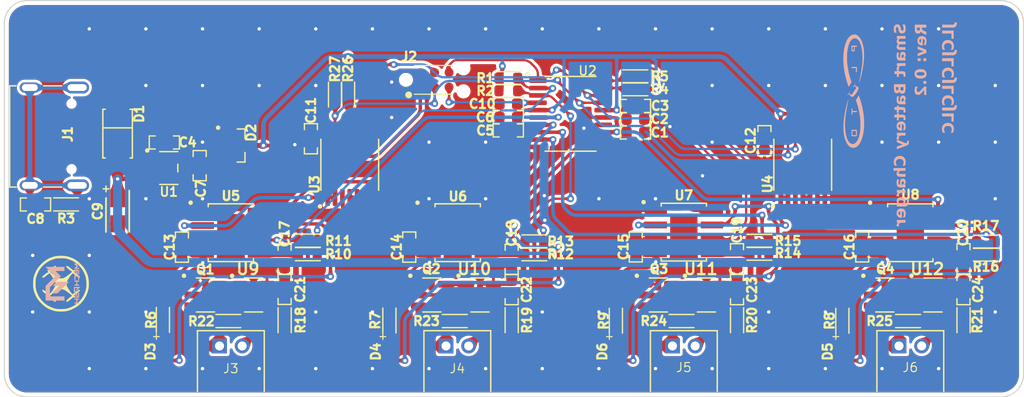
<source format=kicad_pcb>
(kicad_pcb (version 20221018) (generator pcbnew)
  (layers (0 "F.Cu" signal "Front") (31 "B.Cu" signal "Back") (34 "B.Paste" user) (35 "F.Paste" user) (36 "B.SilkS" user "B.Silkscreen") (37 "F.SilkS" user "F.Silkscreen") (38 "B.Mask" user) (39 "F.Mask" user) (44 "Edge.Cuts" user))
  (property "ADD_1" "Majiwada, Thane (West)")
  (property "ADD_2" "Maharashtra 400601, India")
  (property "CLIENT" " AVIATION")
  (property "POC" "DINESH SAIN")
  (property "PRJ" "Smart Battery Charger")
  (property "PRJ_ID" "01")
  (property "PRJ_REV" "0.2")
  (net 0 "")
  (net 1 "+3.3V")
  (net 2 "GND")
  (net 3 "VBUS")
  (net 4 "Net-(U1-VOUT)")
  (net 5 "/NRST")
  (net 6 "+BAT_1")
  (net 7 "+BAT_2")
  (net 8 "+BAT_3")
  (net 9 "+BAT_4")
  (net 10 "Net-(U9-VDD)")
  (net 11 "Net-(U10-VDD)")
  (net 12 "Net-(U11-VDD)")
  (net 13 "Net-(U12-VDD)")
  (net 14 "Net-(D1-A)")
  (net 15 "/+3.3_PROG")
  (net 16 "/BAT_1_CHRG")
  (net 17 "Net-(D3-A)")
  (net 18 "/BAT_2_CHRG")
  (net 19 "Net-(D4-A)")
  (net 20 "/BAT_4_CHRG")
  (net 21 "Net-(D5-A)")
  (net 22 "/BAT_3_CHRG")
  (net 23 "Net-(D6-A)")
  (net 32 "/SCL_TX")
  (net 33 "/SDA_RX")
  (net 34 "/BOOT0")
  (net 35 "Net-(Q1-S2)")
  (net 36 "Net-(Q2-S2)")
  (net 37 "Net-(Q3-S2)")
  (net 38 "Net-(Q4-S2)")
  (net 39 "unconnected-(Q1-D1{slash}D2-Pad2)")
  (net 40 "Net-(Q1-G2)")
  (net 41 "Net-(Q1-G1)")
  (net 42 "unconnected-(Q2-D1{slash}D2-Pad2)")
  (net 43 "Net-(Q2-G2)")
  (net 44 "Net-(Q2-G1)")
  (net 45 "unconnected-(Q3-D1{slash}D2-Pad2)")
  (net 46 "Net-(Q3-G2)")
  (net 47 "Net-(Q3-G1)")
  (net 48 "unconnected-(Q4-D1{slash}D2-Pad2)")
  (net 49 "Net-(Q4-G2)")
  (net 50 "Net-(Q4-G1)")
  (net 51 "/BAT_1_STDBY")
  (net 52 "/BAT_2_STDBY")
  (net 53 "/BAT_3_STDBY")
  (net 54 "/BAT_4_STDBY")
  (net 55 "/BAT_1_V")
  (net 56 "/BAT_2_V")
  (net 57 "/BAT_3_V")
  (net 58 "/BAT_4_V")
  (net 59 "Net-(U9-VM)")
  (net 60 "Net-(U10-VM)")
  (net 61 "Net-(U11-VM)")
  (net 62 "Net-(U12-VM)")
  (net 64 "/BAT_1_CE")
  (net 65 "/BAT_2_CE")
  (net 66 "/BAT_3_CE")
  (net 67 "/BAT_4_CE")
  (net 69 "/BAT_1_PROG")
  (net 70 "/BAT_2_PROG")
  (net 71 "/BAT_3_PROG")
  (net 72 "/BAT_4_PROG")
  (net 77 "unconnected-(U12-NC-Pad4)")
  (net 78 "unconnected-(U9-NC-Pad4)")
  (net 79 "unconnected-(U10-NC-Pad4)")
  (net 80 "unconnected-(U11-NC-Pad4)")
  (net 81 "Net-(C8-Pad1)")
  (footprint "MechAsh_Footprint_Library:R_0603" (layer "F.Cu") (at 129.2 73.3 90)
    (fp_text reference "R27")
    (fp_text value "2k7" hide)
  )
  (footprint "MechAsh_Footprint_Library:R_0603" (layer "F.Cu") (at 126.8 86.2)
    (fp_text reference "R11")
    (fp_text value "15k" hide)
  )
  (footprint "MechAsh_Footprint_Library:SOT-23-5" (layer "F.Cu") (at 114.519654 79.788517)
    (fp_text reference "U1")
    (fp_text value "MIC5504-3.3YM5-TR" hide)
  )
  (footprint "MechAsh_Footprint_Library:R_0603" (layer "F.Cu") (at 144.8 93.225 90)
    (fp_text reference "R19")
    (fp_text value "330R" hide)
  )
  (footprint "MechAsh_Footprint_Library:C_0603" (layer "F.Cu") (at 102.75 83)
    (fp_text reference "C8")
    (fp_text value "100nf" hide)
  )
  (footprint "MechAsh_Footprint_Library:SOT-23-6" (layer "F.Cu") (at 122.01 91)
    (fp_text reference "U9")
    (fp_text value "AP9101CAK6-ATTRG1" hide)
  )
  (footprint "MechAsh_Footprint_Library:R_0603" (layer "F.Cu") (at 144.5 71.85)
    (fp_text reference "R1")
    (fp_text value "1k" hide)
  )
  (footprint "MechAsh_Footprint_Library:C_0603" (layer "F.Cu") (at 155.725 74.3)
    (fp_text reference "C3")
    (fp_text value "100nf" hide)
  )
  (footprint "MechAsh_Footprint_Library:LED_0603" (layer "F.Cu") (at 174 96 90)
    (fp_text reference "D5")
    (fp_text value "R/G/B" hide)
  )
  (footprint "MechAsh_Footprint_Library:C_0603" (layer "F.Cu") (at 175.75 86.75 90)
    (fp_text reference "C16")
    (fp_text value "10uf" hide)
  )
  (footprint "MechAsh_Footprint_Library:R_0603" (layer "F.Cu") (at 159.8 93.3 180)
    (fp_text reference "R24")
    (fp_text value "2k7" hide)
  )
  (footprint "MechAsh_Footprint_Library:C_0603" (layer "F.Cu") (at 135.75 86.77 90)
    (fp_text reference "C14")
    (fp_text value "10uf" hide)
  )
  (footprint "MechAsh_Footprint_Library:C_0603" (layer "F.Cu") (at 144.5 75.3 180)
    (fp_text reference "C6")
    (fp_text value "10nf" hide)
  )
  (footprint "MechAsh_Footprint_Library:C_0603" (layer "F.Cu") (at 144.8 87.85 -90)
    (fp_text reference "C18")
    (fp_text value "10uf" hide)
  )
  (footprint "MechAsh_Footprint_Library:R_0603" (layer "F.Cu") (at 155.725 71.7 180)
    (fp_text reference "R5")
    (fp_text value "1k" hide)
  )
  (footprint "MechAsh_Footprint_Library:C_0603" (layer "F.Cu") (at 117.25 79.575 -90)
    (fp_text reference "C7")
    (fp_text value "1uf" hide)
  )
  (footprint "MechAsh_Footprint_Library:SOT-23-6" (layer "F.Cu") (at 162 91)
    (fp_text reference "U11")
    (fp_text value "AP9101CAK6-ATTRG1" hide)
  )
  (footprint "LOGO" (layer "F.Cu") (at 105 90 90)
    (fp_text reference "G***" hide)
    (fp_text value "LOGO" hide)
  )
  (footprint "MechAsh_Footprint_Library:TSSOP-20" (layer "F.Cu") (at 150 75)
    (fp_text reference "U2")
    (fp_text value "STM32F030F4P6" hide)
  )
  (footprint "MechAsh_Footprint_Library:C_0603" (layer "F.Cu") (at 155.725 76.65)
    (fp_text reference "C1")
    (fp_text value "4.7uf" hide)
  )
  (footprint "MechAsh_Footprint_Library:C_0603" (layer "F.Cu") (at 127.075 77.2 -90)
    (fp_text reference "C11")
    (fp_text value "100nf" hide)
  )
  (footprint "MechAsh_Footprint_Library:TSSOP-14" (layer "F.Cu") (at 170.5 79.5 90)
    (fp_text reference "U4")
    (fp_text value "MAX5387LAUDT+" hide)
  )
  (footprint "MechAsh_Footprint_Library:R_0603" (layer "F.Cu") (at 119.775 93.3 180)
    (fp_text reference "R22")
    (fp_text value "2k7" hide)
  )
  (footprint "MechAsh_Footprint_Library:C_0603" (layer "F.Cu") (at 114.125 77.525)
    (fp_text reference "C4")
    (fp_text value "1uf" hide)
  )
  (footprint "MechAsh_Footprint_Library:LED_0603" (layer "F.Cu") (at 114 96 90)
    (fp_text reference "D3")
    (fp_text value "R/G/B" hide)
  )
  (footprint "MechAsh_Footprint_Library:SOT-23-3" (layer "F.Cu") (at 120.598 77.8)
    (fp_text reference "D2")
    (fp_text value "RB495D" hide)
  )
  (footprint "MechAsh_Footprint_Library:C_0603" (layer "F.Cu") (at 164.7 90.52 -90)
    (fp_text reference "C23")
    (fp_text value "100nf" hide)
  )
  (footprint "MechAsh_Footprint_Library:C_0603" (layer "F.Cu") (at 124.75 90.5 -90)
    (fp_text reference "C21")
    (fp_text value "100nf" hide)
  )
  (footprint "MechAsh_Footprint_Library:R_0603" (layer "F.Cu") (at 130.35 73.3 90)
    (fp_text reference "R26")
    (fp_text value "2k7" hide)
  )
  (footprint "MechAsh_Footprint_Library:R_0603" (layer "F.Cu") (at 164.7 93.225 90)
    (fp_text reference "R20")
    (fp_text value "330R" hide)
  )
  (footprint "MechAsh_Footprint_Library:LED_0603" (layer "F.Cu") (at 134 96 90)
    (fp_text reference "D4")
    (fp_text value "R/G/B" hide)
  )
  (footprint "MechAsh_Footprint_Library:C_0603" (layer "F.Cu") (at 144.5 76.475 180)
    (fp_text reference "C5")
    (fp_text value "1uf" hide)
  )
  (footprint "MechAsh_Footprint_Library:R_0603" (layer "F.Cu") (at 105.45 83 180)
    (fp_text reference "R3")
    (fp_text value "330R" hide)
  )
  (footprint "MechAsh_Footprint_Library:C_0603" (layer "F.Cu") (at 184.7 87.8 -90)
    (fp_text reference "C20")
    (fp_text value "10uf" hide)
  )
  (footprint "MechAsh_Footprint_Library:JST_S2B-PH-K-S(LF)(SN)" (layer "F.Cu") (at 180 95.5)
    (fp_text reference "J6")
    (fp_text value "JST_S2B-PH-K-S(LF)(SN)" hide)
  )
  (footprint "MechAsh_Footprint_Library:R_0603" (layer "F.Cu") (at 166.675 86.225)
    (fp_text reference "R15")
    (fp_text value "15k" hide)
  )
  (footprint "MechAsh_Footprint_Library:SOT-23-6" (layer "F.Cu") (at 182 91)
    (fp_text reference "U12")
    (fp_text value "AP9101CAK6-ATTRG1" hide)
  )
  (footprint "MechAsh_Footprint_Library:SOP8-EP" (layer "F.Cu") (at 140.032 85.5)
    (fp_text reference "U6")
    (fp_text value "TP4056" hide)
  )
  (footprint "MechAsh_Footprint_Library:C_0603" (layer "F.Cu") (at 167.125 77.375 -90)
    (fp_text reference "C12")
    (fp_text value "100nf" hide)
  )
  (footprint "MechAsh_Footprint_Library:R_0603" (layer "F.Cu") (at 139.775 93.3 180)
    (fp_text reference "R23")
    (fp_text value "2k7" hide)
  )
  (footprint "MechAsh_Footprint_Library:LED_0603" (layer "F.Cu") (at 154 96 90)
    (fp_text reference "D6")
    (fp_text value "R/G/B" hide)
  )
  (footprint "MechAsh_Footprint_Library:SOT-23-6" (layer "F.Cu") (at 157.75 91)
    (fp_text reference "Q3")
    (fp_text value "DMG6968UDM-7" hide)
  )
  (footprint "MechAsh_Footprint_Library:SOT-23-6" (layer "F.Cu") (at 177.75 91)
    (fp_text reference "Q4")
    (fp_text value "DMG6968UDM-7" hide)
  )
  (footprint "MechAsh_Footprint_Library:DO-214" (layer "F.Cu") (at 110 76.75 90)
    (fp_text reference "D1")
    (fp_text value "SS34" hide)
  )
  (footprint "MechAsh_Footprint_Library:C_0603" (layer "F.Cu") (at 164.7 87.8 -90)
    (fp_text reference "C19")
    (fp_text value "10uf" hide)
  )
  (footprint "MechAsh_Footprint_Library:R_0603" (layer "F.Cu") (at 186.675 87.425)
    (fp_text reference "R16")
    (fp_text value "4.7k" hide)
  )
  (footprint "MechAsh_Footprint_Library:USB_C_12402012E212A" (layer "F.Cu") (at 102.25 77 -90)
    (fp_text reference "J1")
    (fp_text value "USB_C_12402012E212A" hide)
  )
  (footprint "MechAsh_Footprint_Library:R_0603" (layer "F.Cu") (at 179.8 93.3 180)
    (fp_text reference "R25")
    (fp_text value "2k7" hide)
  )
  (footprint "MechAsh_Footprint_Library:R_0603" (layer "F.Cu") (at 186.675 86.3)
    (fp_text reference "R17")
    (fp_text value "15k" hide)
  )
  (footprint "MechAsh_Footprint_Library:R_0603" (layer "F.Cu") (at 184.7 93.225 90)
    (fp_text reference "R21")
    (fp_text value "330R" hide)
  )
  (footprint "MechAsh_Footprint_Library:C_0603" (layer "F.Cu") (at 124.75 87.85 -90)
    (fp_text reference "C17")
    (fp_text value "10uf" hide)
  )
  (footprint "MechAsh_Footprint_Library:R_0603" (layer "F.Cu") (at 154 93.275 -90)
    (fp_text reference "R9")
    (fp_text value "1k" hide)
  )
  (footprint "MechAsh_Footprint_Library:SOT-23-6" (layer "F.Cu") (at 137.75 91)
    (fp_text reference "Q2")
    (fp_text value "DMG6968UDM-7" hide)
  )
  (footprint "MechAsh_Footprint_Library:R_0603" (layer "F.Cu") (at 126.801453 87.393054)
    (fp_text reference "R10")
    (fp_text value "4.7k" hide)
  )
  (footprint "MechAsh_Footprint_Library:SOT-23-6" (layer "F.Cu") (at 117.76 91)
    (fp_text reference "Q1")
    (fp_text value "DMG6968UDM-7" hide)
  )
  (footprint "MechAsh_Footprint_Library:C_0603" (layer "F.Cu") (at 144.8 90.52 -90)
    (fp_text reference "C22")
    (fp_text value "100nf" hide)
  )
  (footprint "MechAsh_Footprint_Library:R_0603" (layer "F.Cu") (at 114 93.2 -90)
    (fp_text reference "R6")
    (fp_text value "1k" hide)
  )
  (footprint "MechAsh_Footprint_Library:SOP8-EP" (layer "F.Cu") (at 120 85.5)
    (fp_text reference "U5")
    (fp_text value "TP4056" hide)
  )
  (footprint "MechAsh_Footprint_Library:JST_S2B-PH-K-S(LF)(SN)" (layer "F.Cu") (at 140 95.5)
    (fp_text reference "J4")
    (fp_text value "JST_S2B-PH-K-S(LF)(SN)" hide)
  )
  (footprint "MechAsh_Footprint_Library:JST_S2B-PH-K-S(LF)(SN)" (layer "F.Cu") (at 120 95.5)
    (fp_text reference "J3")
    (fp_text value "JST_S2B-PH-K-S(LF)(SN)" hide)
  )
  (footprint "MechAsh_Footprint_Library:C_0603" (layer "F.Cu") (at 144.5 74.125)
    (fp_text reference "C10")
    (fp_text value "100nf" hide)
  )
  (footprint "MechAsh_Footprint_Library:SOT-23-6" (layer "F.Cu") (at 142 91)
    (fp_text reference "U10")
    (fp_text value "AP9101CAK6-ATTRG1" hide)
  )
  (footprint "MechAsh_Footprint_Library:R_0603" (layer "F.Cu") (at 155.725 72.825 180)
    (fp_text reference "R4")
    (fp_text value "1k" hide)
  )
  (footprint "MechAsh_Footprint_Library:TSSOP-14" (layer "F.Cu") (at 130.5 79.5 90)
    (fp_text reference "U3")
    (fp_text value "MAX5387LAUDT+" hide)
  )
  (footprint "MechAsh_Footprint_Library:R_0603" (layer "F.Cu") (at 124.75 93.225 90)
    (fp_text reference "R18")
    (fp_text value "330R" hide)
  )
  (footprint "MechAsh_Footprint_Library:C_0603" (layer "F.Cu") (at 184.7 90.52 -90)
    (fp_text reference "C24")
    (fp_text value "100nf" hide)
  )
  (footprint "MechAsh_Footprint_Library:R_0603" (layer "F.Cu") (at 146.8 86.275)
    (fp_text reference "R13")
    (fp_text value "15k" hide)
  )
  (footprint "MechAsh_Footprint_Library:SOP8-EP" (layer "F.Cu") (at 180 85.5)
    (fp_text reference "U8")
    (fp_text value "TP4056" hide)
  )
  (footprint "MechAsh_Footprint_Library:TAG_TC2030-IDC-NL" (layer "F.Cu") (at 138 72)
    (fp_text reference "J2")
    (fp_text value "TC2030-IDC-NL" hide)
  )
  (footprint "MechAsh_Footprint_Library:C_0603" (layer "F.Cu") (at 155.75 86.75 90)
    (fp_text reference "C15")
    (fp_text value "10uf" hide)
  )
  (footprint "MechAsh_Footprint_Library:R_0603" (layer "F.Cu") (at 144.5 72.975)
    (fp_text reference "R2")
    (fp_text value "1k" hide)
  )
  (footprint "MechAsh_Footprint_Library:SOP8-EP" (layer "F.Cu") (at 160 85.45)
    (fp_text reference "U7")
    (fp_text value "TP4056" hide)
  )
  (footprint "MechAsh_Footprint_Library:R_0603" (layer "F.Cu") (at 174 93.275 -90)
    (fp_text reference "R8")
    (fp_text value "1k" hide)
  )
  (footprint "MechAsh_Footprint_Library:R_0603" (layer "F.Cu") (at 166.675 87.35)
    (fp_text reference "R14")
    (fp_text value "4.7k" hide)
  )
  (footprint "MechAsh_Footprint_Library:R_0603" (layer "F.Cu") (at 134 93.25 -90)
    (fp_text reference "R7")
    (fp_text value "1k" hide)
  )
  (footprint "MechAsh_Footprint_Library:JST_S2B-PH-K-S(LF)(SN)" (layer "F.Cu") (at 160 95.5)
    (fp_text reference "J5")
    (fp_text value "JST_S2B-PH-K-S(LF)(SN)" hide)
  )
  (footprint "MechAsh_Footprint_Library:C_0603" (layer "F.Cu") (at 155.725 75.475)
    (fp_text reference "C2")
    (fp_text value "100nf" hide)
  )
  (footprint "MechAsh_Footprint_Library:R_0603" (layer "F.Cu") (at 146.8 87.4)
    (fp_text reference "R12")
    (fp_text value "4.7k" hide)
  )
  (footprint "MechAsh_Footprint_Library:C_E_1206" (layer "F.Cu") (at 110 83.605424 90)
    (fp_text reference "C9")
    (fp_text value "10uf" hide)
  )
  (footprint "MechAsh_Footprint_Library:C_0603" (layer "F.Cu") (at 115.675 86.775 90)
    (fp_text reference "C13")
    (fp_text value "10uf" hide)
  )
  (footprint "LOGO" (layer "B.Cu") (at 175 73 -90)
    (fp_text reference "G***" hide)
    (fp_text value "LOGO" hide)
  )
  (footprint "LOGO" (layer "B.Cu") (at 105.2 90 -90)
    (fp_text reference "G***" hide)
    (fp_text value "LOGO" hide)
  )
  (gr_arc (start 190 98) (mid 189.414214 99.414214) (end 188 100) (stroke (width 0.1)) (layer "Edge.Cuts"))
  (gr_line (start 100 98) (end 100 67) (stroke (width 0.1)) (layer "Edge.Cuts"))
  (gr_arc (start 188 65) (mid 189.414214 65.585786) (end 190 67) (stroke (width 0.1)) (layer "Edge.Cuts"))
  (gr_arc (start 100 67) (mid 100.585786 65.585786) (end 102 65) (stroke (width 0.1)) (layer "Edge.Cuts"))
  (gr_line (start 188 100) (end 102 100) (stroke (width 0.1)) (layer "Edge.Cuts"))
  (gr_line (start 190 67) (end 190 98) (stroke (width 0.1)) (layer "Edge.Cuts"))
  (gr_arc (start 102 100) (mid 100.585786 99.414214) (end 100 98) (stroke (width 0.1)) (layer "Edge.Cuts"))
  (gr_line (start 102 65) (end 188 65) (stroke (width 0.1)) (layer "Edge.Cuts"))
  (gr_text "${PRJ}\n\n" (at 180 67 90) (layer "B.SilkS") (effects (font (size 1 1) (thickness 0.2) bold) (justify left mirror)))
  (gr_text "JLCJLCJLCJLC" (at 184 67 90) (layer "B.SilkS") (effects (font (size 1 1) (thickness 0.2) bold) (justify left bottom mirror)))
  (gr_text "Rev: ${PRJ_REV}" (at 181 67 90) (layer "B.SilkS") (effects (font (size 1 1) (thickness 0.2) bold) (justify left mirror)))
  (segment (start 145.284935 75.3) (end 145.275 75.3) (width 0.3) (layer "F.Cu") (net 1))
  (segment (start 157.55 72.8) (end 156.575 72.8) (width 0.3) (layer "F.Cu") (net 1))
  (segment (start 170.5 76.615) (end 170.5 75.581066) (width 0.3) (layer "F.Cu") (net 1))
  (segment (start 145.763488 74.821447) (end 145.284935 75.3) (width 0.3) (layer "F.Cu") (net 1))
  (segment (start 154.575 74.675) (end 154.95 74.3) (width 0.3) (layer "F.Cu") (net 1))
  (segment (start 143.975 70.788) (end 143.99 70.803) (width 0.2) (layer "F.Cu") (net 1))
  (segment (start 127.1 76.45) (end 127.075 76.425) (width 0.3) (layer "F.Cu") (net 1))
  (segment (start 156.55 72.825) (end 156.55 71.7) (width 0.3) (layer "F.Cu") (net 1))
  (segment (start 123.435786 77.8) (end 122.875 77.8) (width 0.3) (layer "F.Cu") (net 1))
  (segment (start 128.385 76.45) (end 127.1 76.45) (width 0.3) (layer "F.Cu") (net 1))
  (segment (start 143.99 72.075) (end 143.99 72.975) (width 0.2) (layer "F.Cu") (net 1))
  (segment (start 121.613 77.8) (end 122.875 77.8) (width 0.4) (layer "F.Cu") (net 1))
  (segment (start 147.12 74.675) (end 148.375 74.675) (width 0.3) (layer "F.Cu") (net 1))
  (segment (start 154.891273 74.675) (end 154.892357 74.673916) (width 0.3) (layer "F.Cu") (net 1))
  (segment (start 127.075 76.425) (end 125.639214 76.425) (width 0.3) (layer "F.Cu") (net 1))
  (segment (start 130.35 72.475) (end 129.2 72.475) (width 0.2) (layer "F.Cu") (net 1))
  (segment (start 156.575 72.8) (end 156.55 72.825) (width 0.3) (layer "F.Cu") (net 1))
  (segment (start 154.95 74.3) (end 154.95 76.65) (width 0.3) (layer "F.Cu") (net 1))
  (segment (start 167.125 76.6) (end 167.14 76.615) (width 0.3) (layer "F.Cu") (net 1))
  (segment (start 154.075 74.675) (end 154.575 74.675) (width 0.3) (layer "F.Cu") (net 1))
  (segment (start 167.14 76.615) (end 168.55 76.615) (width 0.3) (layer "F.Cu") (net 1))
  (segment (start 169.459315 75) (end 168.55 75) (width 0.3) (layer "F.Cu") (net 1))
  (segment (start 143.99 70.803) (end 143.99 72.075) (width 0.2) (layer "F.Cu") (net 1))
  (segment (start 130.35 72.475) (end 130.35 69.949) (width 0.2) (layer "F.Cu") (net 1))
  (segment (start 145.275 75.3) (end 145.275 76.45) (width 0.3) (layer "F.Cu") (net 1))
  (segment (start 168.55 76.615) (end 168.55 75) (width 0.3) (layer "F.Cu") (net 1))
  (segment (start 124.932107 76.717893) (end 124.142893 77.507107) (width 0.3) (layer "F.Cu") (net 1))
  (segment (start 128.55 76.615) (end 128.385 76.45) (width 0.3) (layer "F.Cu") (net 1))
  (segment (start 154.075 74.675) (end 152.88 74.675) (width 0.3) (layer "F.Cu") (net 1))
  (segment (start 147.12 74.675) (end 146.117042 74.675) (width 0.3) (layer "F.Cu") (net 1))
  (via (at 130.35 69.949) (size 0.6) (drill 0.3) (layers "F.Cu" "B.Cu") (net 1))
  (via (at 122.875 77.8) (size 0.6) (drill 0.3) (layers "F.Cu" "B.Cu") (net 1))
  (via (at 168.55 75) (size 0.6) (drill 0.3) (layers "F.Cu" "B.Cu") (net 1))
  (via (at 154.075 74.675) (size 0.6) (drill 0.3) (layers "F.Cu" "B.Cu") (net 1))
  (via (at 143.975 70.788) (size 0.6) (drill 0.3) (layers "F.Cu" "B.Cu") (net 1))
  (via (at 157.55 72.8) (size 0.6) (drill 0.3) (layers "F.Cu" "B.Cu") (net 1))
  (via (at 148.375 74.675) (size 0.6) (drill 0.3) (layers "F.Cu" "B.Cu") (net 1))
  (arc (start 125.639214 76.425) (mid 125.256531 76.50112) (end 124.932107 76.717893) (width 0.3) (layer "F.Cu") (net 1))
  (arc (start 145.763488 74.821447) (mid 145.9257 74.71306) (end 146.117042 74.675) (width 0.3) (layer "F.Cu") (net 1))
  (arc (start 124.142893 77.507107) (mid 123.81847 77.72388) (end 123.435786 77.8) (width 0.3) (layer "F.Cu") (net 1))
  (arc (start 170.5 75.581066) (mid 170.480508 75.483074) (end 170.425 75.4) (width 0.3) (layer "F.Cu") (net 1))
  (arc (start 170.425 75.4) (mid 169.98194 75.103957) (end 169.459315 75) (width 0.3) (layer "F.Cu") (net 1))
  (segment (start 130.35 69.949) (end 143.95 69.949) (width 0.4) (layer "B.Cu") (net 1))
  (segment (start 128.965214 69.949) (end 130.35 69.949) (width 0.4) (layer "B.Cu") (net 1))
  (segment (start 157.55 72.8) (end 157.55 70.374) (width 0.3) (layer "B.Cu") (net 1))
  (segment (start 148.375 74.675) (end 149.132107 73.917893) (width 0.3) (layer "B.Cu") (net 1))
  (segment (start 122.875 77.8) (end 122.875 76.039214) (width 0.4) (layer "B.Cu") (net 1))
  (segment (start 143.975 69.974) (end 143.95 69.949) (width 0.2) (layer "B.Cu") (net 1))
  (segment (start 149.425 69.974) (end 149.45 69.949) (width 0.3) (layer "B.Cu") (net 1))
  (segment (start 143.975 70.788) (end 143.975 69.974) (width 0.2) (layer "B.Cu") (net 1))
  (segment (start 157.125 69.949) (end 163.084786 69.949) (width 0.4) (layer "B.Cu") (net 1))
  (segment (start 149.45 69.949) (end 154.125 69.949) (width 0.4) (layer "B.Cu") (net 1))
  (segment (start 154.075 69.949) (end 154.125 69.949) (width 0.3) (layer "B.Cu") (net 1))
  (segment (start 143.95 69.949) (end 149.45 69.949) (width 0.4) (layer "B.Cu") (net 1))
  (segment (start 154.075 74.675) (end 154.075 69.949) (width 0.3) (layer "B.Cu") (net 1))
  (segment (start 149.425 73.210786) (end 149.425 69.974) (width 0.3) (layer "B.Cu") (net 1))
  (segment (start 154.125 69.949) (end 157.125 69.949) (width 0.4) (layer "B.Cu") (net 1))
  (segment (start 163.791893 70.241893) (end 168.55 75) (width 0.4) (layer "B.Cu") (net 1))
  (segment (start 157.55 70.374) (end 157.125 69.949) (width 0.3) (layer "B.Cu") (net 1))
  (segment (start 123.167893 75.332107) (end 128.258107 70.241893) (width 0.4) (layer "B.Cu") (net 1))
  (arc (start 122.875 76.039214) (mid 122.95112 75.656531) (end 123.167893 75.332107) (width 0.4) (layer "B.Cu") (net 1))
  (arc (start 149.132107 73.917893) (mid 149.34888 73.59347) (end 149.425 73.210786) (width 0.3) (layer "B.Cu") (net 1))
  (arc (start 128.258107 70.241893) (mid 128.58253 70.02512) (end 128.965214 69.949) (width 0.4) (layer "B.Cu") (net 1))
  (arc (start 163.084786 69.949) (mid 163.467469 70.025125) (end 163.791893 70.241893) (width 0.4) (layer "B.Cu") (net 1))
  (segment (start 164.7 88.31) (end 164.7 90.04) (width 0.3) (layer "F.Cu") (net 2))
  (segment (start 184.7 90.04) (end 184.7 88.36) (width 0.3) (layer "F.Cu") (net 2))
  (segment (start 144.8 88.36) (end 144.8 90.04) (width 0.3) (layer "F.Cu") (net 2))
  (segment (start 117.525 86.135) (end 116.171884 86.135) (width 0.3) (layer "F.Cu") (net 2))
  (segment (start 157.525 86.085) (end 156.196629 86.085) (width 0.3) (layer "F.Cu") (net 2))
  (segment (start 147.725 84.4) (end 145.975 86.15) (width 0.2) (layer "F.Cu") (net 2))
  (segment (start 136.73 71.365) (end 136.6425 71.2775) (width 0.2) (layer "F.Cu") (net 2))
  (segment (start 143.175 90.05) (end 144.79 90.05) (width 0.3) (layer "F.Cu") (net 2))
  (segment (start 124.72 90.05) (end 124.75 90.02) (width 0.3) (layer "F.Cu") (net 2))
  (segment (start 137.557 86.135) (end 136.124203 86.135) (width 0.3) (layer "F.Cu") (net 2))
  (segment (start 183.175 90.05) (end 184.69 90.05) (width 0.3) (layer "F.Cu") (net 2))
  (segment (start 177.525 86.135) (end 176.125918 86.135) (width 0.3) (layer "F.Cu") (net 2))
  (segment (start 164.7 90.04) (end 163.185 90.04) (width 0.3) (layer "F.Cu") (net 2))
  (segment (start 124.75 88.3758) (end 124.75 90.02) (width 0.3) (layer "F.Cu") (net 2))
  (segment (start 184.69 90.05) (end 184.7 90.04) (width 0.3) (layer "F.Cu") (net 2))
  (segment (start 145.975 86.15) (end 145.975 86.275) (width 0.2) (layer "F.Cu") (net 2))
  (segment (start 136.6425 71.2775) (end 135.1225 71.2775) (width 0.2) (layer "F.Cu") (net 2))
  (segment (start 144.79 90.05) (end 144.8 90.04) (width 0.3) (layer "F.Cu") (net 2))
  (segment (start 123.185 90.05) (end 124.72 90.05) (width 0.3) (layer "F.Cu") (net 2))
  (segment (start 163.185 90.04) (end 163.175 90.05) (width 0.3) (layer "F.Cu") (net 2))
  (via (at 182.5 67.5) (size 0.6) (drill 0.3) (layers "F.Cu" "B.Cu") (net 2))
  (via (at 107.5 87.5) (size 0.6) (drill 0.3) (layers "F.Cu" "B.Cu") (net 2))
  (via (at 152.5 92.5) (size 0.6) (drill 0.3) (layers "F.Cu" "B.Cu") (net 2))
  (via (at 107.5 67.5) (size 0.6) (drill 0.3) (layers "F.Cu" "B.Cu") (net 2))
  (via (at 187.5 77.5) (size 0.6) (drill 0.3) (layers "F.Cu" "B.Cu") (net 2))
  (via (at 177.5 77.5) (size 0.6) (drill 0.3) (layers "F.Cu" "B.Cu") (net 2))
  (via (at 112.5 82.5) (size 0.6) (drill 0.3) (layers "F.Cu" "B.Cu") (net 2))
  (via (at 112.5 72.5) (size 0.6) (drill 0.3) (layers "F.Cu" "B.Cu") (net 2))
  (via (at 157.5 82.5) (size 0.6) (drill 0.3) (layers "F.Cu" "B.Cu") (net 2))
  (via (at 167.5 97.5) (size 0.6) (drill 0.3) (layers "F.Cu" "B.Cu") (net 2))
  (via (at 161.65 80.475) (size 0.6) (drill 0.3) (layers "F.Cu" "B.Cu") (net 2))
  (via (at 182.5 72.5) (size 0.6) (drill 0.3) (layers "F.Cu" "B.Cu") (net 2))
  (via (at 162.5 77.5) (size 0.6) (drill 0.3) (layers "F.Cu" "B.Cu") (net 2))
  (via (at 117.5 82.5) (size 0.6) (drill 0.3) (layers "F.Cu" "B.Cu") (net 2))
  (via (at 172.5 72.5) (size 0.6) (drill 0.3) (layers "F.Cu" "B.Cu") (net 2))
  (via (at 147.5 67.5) (size 0.6) (drill 0.3) (layers "F.Cu" "B.Cu") (net 2))
  (via (at 117.5 67.5) (size 0.6) (drill 0.3) (layers "F.Cu" "B.Cu") (net 2))
  (via (at 112.5 97.5) (size 0.6) (drill 0.3) (layers "F.Cu" "B.Cu") (net 2))
  (via (at 187.5 82.5) (size 0.6) (drill 0.3) (layers "F.Cu" "B.Cu") (net 2))
  (via (at 152.5 67.5) (size 0.6) (drill 0.3) (layers "F.Cu" "B.Cu") (net 2))
  (via (at 177.5 72.5) (size 0.6) (drill 0.3) (layers "F.Cu" "B.Cu") (net 2))
  (via (at 142.5 67.5) (size 0.6) (drill 0.3) (layers "F.Cu" "B.Cu") (net 2))
  (via (at 122.5 67.5) (size 0.6) (drill 0.3) (layers "F.Cu" "B.Cu") (net 2))
  (via (at 152.5 82.5) (size 0.6) (drill 0.3) (layers "F.Cu" "B.Cu") (net 2))
  (via (at 137.5 82.5) (size 0.6) (drill 0.3) (layers "F.Cu" "B.Cu") (net 2))
  (via (at 122.5 97.5) (size 0.6) (drill 0.3) (layers "F.Cu" "B.Cu") (net 2))
  (via (at 107.5 92.5) (size 0.6) (drill 0.3) (layers "F.Cu" "B.Cu") (net 2))
  (via (at 147.5 92.5) (size 0.6) (drill 0.3) (layers "F.Cu" "B.Cu") (net 2))
  (via (at 124.95 85.525) (size 0.6) (drill 0.3) (layers "F.Cu" "B.Cu") (net 2))
  (via (at 107.5 82.5) (size 0.6) (drill 0.3) (layers "F.Cu" "B.Cu") (net 2))
  (via (at 147.675 82.225) (size 0.6) (drill 0.3) (layers "F.Cu" "B.Cu") (net 2))
  (via (at 127.5 67.5) (size 0.6) (drill 0.3) (layers "F.Cu" "B.Cu") (net 2))
  (via (at 162.5 97.5) (size 0.6) (drill 0.3) (layers "F.Cu" "B.Cu") (net 2))
  (via (at 142.5 97.5) (size 0.6) (drill 0.3) (layers "F.Cu" "B.Cu") (net 2))
  (via (at 167.5 67.5) (size 0.6) (drill 0.3) (layers "F.Cu" "B.Cu") (net 2))
  (via (at 132.5 97.5) (size 0.6) (drill 0.3) (layers "F.Cu" "B.Cu") (net 2))
  (via (at 152.5 97.5) (size 0.6) (drill 0.3) (layers "F.Cu" "B.Cu") (net 2))
  (via (at 127.5 92.5) (size 0.6) (drill 0.3) (layers "F.Cu" "B.Cu") (net 2))
  (via (at 187.5 72.5) (size 0.6) (drill 0.3) (layers "F.Cu" "B.Cu") (net 2))
  (via (at 102.5 87.5) (size 0.6) (drill 0.3) (layers "F.Cu" "B.Cu") (net 2))
  (via (at 112.5 67.5) (size 0.6) (drill 0.3) (layers "F.Cu" "B.Cu") (net 2))
  (via (at 132.5 92.5) (size 0.6) (drill 0.3) (layers "F.Cu" "B.Cu") (net 2))
  (via (at 134.2 75.325) (size 0.6) (drill 0.3) (layers "F.Cu" "B.Cu") (net 2))
  (via (at 102.5 92.5) (size 0.6) (drill 0.3) (layers "F.Cu" "B.Cu") (net 2))
  (via (at 172.5 97.5) (size 0.6) (drill 0.3) (layers "F.Cu" "B.Cu") (net 2))
  (via (at 147.725 84.4) (size 0.6) (drill 0.3) (layers "F.Cu" "B.Cu") (net 2))
  (via (at 167.5 92.5) (size 0.6) (drill 0.3) (layers "F.Cu" "B.Cu") (net 2))
  (via (at 125.65 77.725) (size 0.6) (drill 0.3) (layers "F.Cu" "B.Cu") (net 2))
  (via (at 142.5 77.5) (size 0.6) (drill 0.3) (layers "F.Cu" "B.Cu") (net 2))
  (via (at 137.5 77.5) (size 0.6) (drill 0.3) (layers "F.Cu" "B.Cu") (net 2))
  (via (at 134.2 72.2) (size 0.6) (drill 0.3) (layers "F.Cu" "B.Cu") (net 2))
  (via (at 177.5 97.5) (size 0.6) (drill 0.3) (layers "F.Cu" "B.Cu") (net 2))
  (via (at 187.5 92.5) (size 0.6) (drill 0.3) (layers "F.Cu" "B.Cu") (net 2))
  (via (at 177.5 67.5) (size 0.6) (drill 0.3) (layers "F.Cu" "B.Cu") (net 2))
  (via (at 112.5 92.5) (size 0.6) (drill 0.3) (layers "F.Cu" "B.Cu") (net 2))
  (via (at 117.5 77.5) (size 0.6) (drill 0.3) (layers "F.Cu" "B.Cu") (net 2))
  (via (at 147.5 97.5) (size 0.6) (drill 0.3) (layers "F.Cu" "B.Cu") (net 2))
  (via (at 117.5 97.5) (size 0.6) (drill 0.3) (layers "F.Cu" "B.Cu") (net 2))
  (via (at 137.5 97.5) (size 0.6) (drill 0.3) (layers "F.Cu" "B.Cu") (net 2))
  (via (at 127.5 97.5) (size 0.6) (drill 0.3) (layers "F.Cu" "B.Cu") (net 2))
  (via (at 182.5 97.5) (size 0.6) (drill 0.3) (layers "F.Cu" "B.Cu") (net 2))
  (via (at 162.5 72.5) (size 0.6) (drill 0.3) (layers "F.Cu" "B.Cu") (net 2))
  (via (at 182.5 77.5) (size 0.6) (drill 0.3) (layers "F.Cu" "B.Cu") (net 2))
  (via (at 127.5 72.5) (size 0.6) (drill 0.3) (layers "F.Cu" "B.Cu") (net 2))
  (via (at 137.5 67.5) (size 0.6) (drill 0.3) (layers "F.Cu" "B.Cu") (net 2))
  (via (at 122.5 72.5) (size 0.6) (drill 0.3) (layers "F.Cu" "B.Cu") (net 2))
  (via (at 117.5 72.5) (size 0.6) (drill 0.3) (layers "F.Cu" "B.Cu") (net 2))
  (via (at 107.5 97.5) (size 0.6) (drill 0.3) (layers "F.Cu" "B.Cu") (net 2))
  (via (at 167.5 72.5) (size 0.6) (drill 0.3) (layers "F.Cu" "B.Cu") (net 2))
  (via (at 172.5 67.5) (size 0.6) (drill 0.3) (layers "F.Cu" "B.Cu") (net 2))
  (via (at 162.5 67.5) (size 0.6) (drill 0.3) (layers "F.Cu" "B.Cu") (net 2))
  (via (at 142.5 82.5) (size 0.6) (drill 0.3) (layers "F.Cu" "B.Cu") (net 2))
  (via (at 172.5 92.5) (size 0.6) (drill 0.3) (layers "F.Cu" "B.Cu") (net 2))
  (via (at 158.775 76.125) (size 0.6) (drill 0.3) (layers "F.Cu" "B.Cu") (net 2))
  (via (at 157.5 67.5) (size 0.6) (drill 0.3) (layers "F.Cu" "B.Cu") (net 2))
  (via (at 132.5 67.5) (size 0.6) (drill 0.3) (layers "F.Cu" "B.Cu") (net 2))
  (via (at 151.175 76.275) (size 0.6) (drill 0.3) (layers "F.Cu" "B.Cu") (net 2))
  (via (at 157.5 97.5) (size 0.6) (drill 0.3) (layers "F.Cu" "B.Cu") (net 2))
  (arc (start 136.124203 86.135) (mid 135.921686 86.175283) (end 135.75 86.29) (width 0.3) (layer "F.Cu") (net 2))
  (arc (start 156.196629 86.085) (mid 155.954915 86.133079) (end 155.75 86.27) (width 0.3) (layer "F.Cu") (net 2))
  (arc (start 176.125918 86.135) (mid 175.949533 86.170085) (end 175.8 86.27) (width 0.3) (layer "F.Cu") (net 2))
  (arc (start 135.1225 71.2775) (mid 134.470194 71.547694) (end 134.2 72.2) (width 0.2) (layer "F.Cu") (net 2))
  (arc (start 116.171884 86.135) (mid 115.963075 86.176535) (end 115.786055 86.294816) (width 0.3) (layer "F.Cu") (net 2))
  (segment (start 113.354654 77.591347) (end 113.357435 77.588566) (width 0.4) (layer "F.Cu") (net 3))
  (segment (start 114.292893 90.307107) (end 116.157107 88.442893) (width 0.3) (layer "F.Cu") (net 3))
  (segment (start 174 92.45) (end 174.001863 92.448137) (width 0.3) (layer "F.Cu") (net 3))
  (segment (start 113.354654 78.838517) (end 113.354654 77.591347) (width 0.4) (layer "F.Cu") (net 3))
  (segment (start 177.525 87.405) (end 176.222487 87.405) (width 0.3) (layer "F.Cu") (net 3))
  (segment (start 174.292893 89.957107) (end 175.832107 88.417893) (width 0.3) (layer "F.Cu") (net 3))
  (segment (start 116.864214 88.15) (end 117.525 88.15) (width 0.3) (layer "F.Cu") (net 3))
  (segment (start 137.175647 88.125) (end 137.55 88.125) (width 0.3) (layer "F.Cu") (net 3))
  (segment (start 110.046483 78.838517) (end 110 78.885) (width 0.4) (layer "F.Cu") (net 3))
  (segment (start 110 78.885) (end 110 80.75) (width 0.8) (layer "F.Cu") (net 3))
  (segment (start 117.525 87.405) (end 117.525 88.15) (width 0.6) (layer "F.Cu") (net 3))
  (segment (start 134.292893 90.59354) (end 136.46854 88.417893) (width 0.3) (layer "F.Cu") (net 3))
  (segment (start 110 82.5) (end 110 80.75) (width 0.8) (layer "F.Cu") (net 3))
  (segment (start 176.539214 88.125) (end 177.525 88.125) (width 0.3) (layer "F.Cu") (net 3))
  (segment (start 177.525 87.405) (end 177.525 88.125) (width 0.6) (layer "F.Cu") (net 3))
  (segment (start 114.001863 92.373137) (end 114.001863 90.915906) (width 0.3) (layer "F.Cu") (net 3))
  (segment (start 154 92.45) (end 154.001856 92.448144) (width 0.3) (layer "F.Cu") (net 3))
  (segment (start 117.525 87.405) (end 116.148631 87.405) (width 0.3) (layer "F.Cu") (net 3))
  (segment (start 174.001863 92.448137) (end 174.001863 90.565906) (width 0.3) (layer "F.Cu") (net 3))
  (segment (start 134 92.425) (end 134.00186 92.42314) (width 0.3) (layer "F.Cu") (net 3))
  (segment (start 137.557 87.405) (end 136.124203 87.405) (width 0.3) (layer "F.Cu") (net 3))
  (segment (start 155.466838 88.6) (end 156.585786 88.6) (width 0.3) (layer "F.Cu") (net 3))
  (segment (start 134.00186 92.42314) (end 134.00186 91.202337) (width 0.3) (layer "F.Cu") (net 3))
  (segment (start 113.354654 80.738517) (end 110.011483 80.738517) (width 0.4) (layer "F.Cu") (net 3))
  (segment (start 154.001856 92.448144) (end 154.001856 89.978196) (width 0.3) (layer "F.Cu") (net 3))
  (segment (start 110.011483 80.738517) (end 110 80.75) (width 0.4) (layer "F.Cu") (net 3))
  (segment (start 114 92.375) (end 114.001863 92.373137) (width 0.3) (layer "F.Cu") (net 3))
  (segment (start 113.354654 78.838517) (end 110.046483 78.838517) (width 0.4) (layer "F.Cu") (net 3))
  (segment (start 137.557 88.118) (end 137.55 88.125) (width 0.6) (layer "F.Cu") (net 3))
  (segment (start 157.292893 88.307107) (end 157.525 88.075) (width 0.3) (layer "F.Cu") (net 3))
  (segment (start 137.557 87.405) (end 137.557 88.118) (width 0.6) (layer "F.Cu") (net 3))
  (segment (start 157.525 87.355) (end 156.051776 87.355) (width 0.3) (layer "F.Cu") (net 3))
  (segment (start 154.224691 89.427933) (end 154.759731 88.892893) (width 0.3) (layer "F.Cu") (net 3))
  (segment (start 157.525 87.355) (end 157.525 88.075) (width 0.6) (layer "F.Cu") (net 3))
  (via (at 157.525 88.075) (size 0.6) (drill 0.3) (layers "F.Cu" "B.Cu") (net 3))
  (via (at 117.525 88.15) (size 0.6) (drill 0.3) (layers "F.Cu" "B.Cu") (net 3))
  (via (at 177.525 88.125) (size 0.6) (drill 0.3) (layers "F.Cu" "B.Cu") (net 3))
  (via (at 137.55 88.125) (size 0.6) (drill 0.3) (layers "F.Cu" "B.Cu") (net 3))
  (via (at 110 80.75) (size 0.6) (drill 0.3) (layers "F.Cu" "B.Cu") (net 3))
  (arc (start 176.222487 87.405) (mid 175.993839 87.359519) (end 175.8 87.23) (width 0.3) (layer "F.Cu") (net 3))
  (arc (start 175.832107 88.417893) (mid 176.156531 88.20112) (end 176.539214 88.125) (width 0.3) (layer "F.Cu") (net 3))
  (arc (start 154.001856 89.978196) (mid 154.073698 89.686864) (end 154.224691 89.427933) (width 0.3) (layer "F.Cu") (net 3))
  (arc (start 174.001863 90.565906) (mid 174.096014 90.23666) (end 174.292893 89.957107) (width 0.3) (layer "F.Cu") (net 3))
  (arc (start 136.124203 87.405) (mid 135.921686 87.364717) (end 135.75 87.25) (width 0.3) (layer "F.Cu") (net 3))
  (arc (start 116.157107 88.442893) (mid 116.481531 88.22612) (end 116.864214 88.15) (width 0.3) (layer "F.Cu") (net 3))
  (arc (start 136.46854 88.417893) (mid 136.792964 88.20112) (end 137.175647 88.125) (width 0.3) (layer "F.Cu") (net 3))
  (arc (start 114.001863 90.915906) (mid 114.096014 90.58666) (end 114.292893 90.307107) (width 0.3) (layer "F.Cu") (net 3))
  (arc (start 154.759731 88.892893) (mid 155.084155 88.67612) (end 155.466838 88.6) (width 0.3) (layer "F.Cu") (net 3))
  (arc (start 156.585786 88.6) (mid 156.968469 88.52388) (end 157.292893 88.307107) (width 0.3) (layer "F.Cu") (net 3))
  (arc (start 134.00186 91.202337) (mid 134.096024 90.873094) (end 134.292893 90.59354) (width 0.3) (layer "F.Cu") (net 3))
  (arc (start 116.148631 87.405) (mid 115.952407 87.365968) (end 115.786055 87.254816) (width 0.3) (layer "F.Cu") (net 3))
  (arc (start 156.051776 87.355) (mid 155.888456 87.322514) (end 155.75 87.23) (width 0.3) (layer "F.Cu") (net 3))
  (segment (start 177.525 88.125) (end 117.55 88.125) (width 0.8) (layer "B.Cu") (net 3))
  (segment (start 110 80.75) (end 110 84.921572) (width 0.8) (layer "B.Cu") (net 3))
  (segment (start 113.21391 88.135482) (end 117.510482 88.135482) (width 0.8) (layer "B.Cu") (net 3))
  (segment (start 110.292893 85.628679) (end 112.506803 87.842589) (width 0.8) (layer "B.Cu") (net 3))
  (arc (start 112.506803 87.842589) (mid 112.831226 88.059362) (end 113.21391 88.135482) (width 0.8) (layer "B.Cu") (net 3))
  (arc (start 110 84.921572) (mid 110.07612 85.304255) (end 110.292893 85.628679) (width 0.8) (layer "B.Cu") (net 3))
  (segment (start 119.16925 76.85) (end 117.181841 78.837409) (width 0.4) (layer "F.Cu") (net 4))
  (segment (start 115.685762 78.837409) (end 115.684654 78.838517) (width 0.4) (layer "F.Cu") (net 4))
  (segment (start 117.181841 78.837409) (end 115.685762 78.837409) (width 0.4) (layer "F.Cu") (net 4))
  (segment (start 119.583 76.85) (end 119.16925 76.85) (width 0.4) (layer "F.Cu") (net 4))
  (segment (start 145.925 74.025) (end 145.375 74.025) (width 0.2) (layer "F.Cu") (net 5))
  (segment (start 145.375 74.025) (end 145.275 74.125) (width 0.2) (layer "F.Cu") (net 5))
  (segment (start 145.925 74.025) (end 147.12 74.025) (width 0.3) (layer "F.Cu") (net 5))
  (segment (start 145.925 74.025) (end 145.825 74.125) (width 0.3) (layer "F.Cu") (net 5))
  (segment (start 139.27 72.635) (end 139.27 73.955) (width 0.2) (layer "F.Cu") (net 5))
  (segment (start 139.27 73.955) (end 139.25 73.975) (width 0.2) (layer "F.Cu") (net 5))
  (via (at 139.25 73.975) (size 0.6) (drill 0.3) (layers "F.Cu" "B.Cu") (net 5))
  (via (at 145.925 74.025) (size 0.6) (drill 0.3) (layers "F.Cu" "B.Cu") (net 5))
  (segment (start 145.925 74.025) (end 145.875 73.975) (width 0.2) (layer "B.Cu") (net 5))
  (segment (start 145.875 73.975) (end 139.25 73.975) (width 0.2) (layer "B.Cu") (net 5))
  (segment (start 125.457107 93.342893) (end 124.75 94.05) (width 0.5) (layer "F.Cu") (net 6))
  (segment (start 125.75 87.400181) (end 125.75 92.635786) (width 0.5) (layer "F.Cu") (net 6))
  (segment (start 122.475 87.405) (end 125.728927 87.405) (width 0.5) (layer "F.Cu") (net 6))
  (segment (start 124.75 94.05) (end 122.864214 94.05) (width 0.5) (layer "F.Cu") (net 6))
  (segment (start 122.157107 94.342893) (end 121 95.5) (width 0.5) (layer "F.Cu") (net 6))
  (segment (start 125.728927 87.405) (end 125.741873 87.392054) (width 0.6) (layer "F.Cu") (net 6))
  (segment (start 125.741873 87.392054) (end 125.75 87.400181) (width 0.6) (layer "F.Cu") (net 6))
  (arc (start 125.457107 93.342893) (mid 125.67388 93.01847) (end 125.75 92.635786) (width 0.5) (layer "F.Cu") (net 6))
  (arc (start 122.864214 94.05) (mid 122.481531 94.12612) (end 122.157107 94.342893) (width 0.5) (layer "F.Cu") (net 6))
  (segment (start 142.864214 94.05) (end 144.8 94.05) (width 0.5) (layer "F.Cu") (net 7))
  (segment (start 141 95.5) (end 142.157107 94.342893) (width 0.5) (layer "F.Cu") (net 7))
  (segment (start 145.84 87.4) (end 145.84 92.595786) (width 0.5) (layer "F.Cu") (net 7))
  (segment (start 145.547107 93.302893) (end 144.8 94.05) (width 0.5) (layer "F.Cu") (net 7))
  (segment (start 144.8 87.4) (end 145.84 87.4) (width 0.5) (layer "F.Cu") (net 7))
  (segment (start 142.507 87.405) (end 144.787929 87.405) (width 0.5) (layer "F.Cu") (net 7))
  (arc (start 144.787929 87.405) (mid 144.794461 87.403701) (end 144.8 87.4) (width 0.3) (layer "F.Cu") (net 7))
  (arc (start 142.157107 94.342893) (mid 142.48153 94.12612) (end 142.864214 94.05) (width 0.5) (layer "F.Cu") (net 7))
  (arc (start 145.547107 93.302893) (mid 145.76388 92.97847) (end 145.84 92.595786) (width 0.5) (layer "F.Cu") (net 7))
  (segment (start 165.89 87.35) (end 165.89 92.445786) (width 0.5) (layer "F.Cu") (net 8))
  (segment (start 161 95.5) (end 162.157107 94.342893) (width 0.5) (layer "F.Cu") (net 8))
  (segment (start 165.597107 93.152893) (end 164.7 94.05) (width 0.5) (layer "F.Cu") (net 8))
  (segment (start 164.7 87.35) (end 165.89 87.35) (width 0.5) (layer "F.Cu") (net 8))
  (segment (start 162.475 87.355) (end 164.695 87.355) (width 0.5) (layer "F.Cu") (net 8))
  (segment (start 162.864214 94.05) (end 164.7 94.05) (width 0.5) (layer "F.Cu") (net 8))
  (segment (start 164.695 87.355) (end 164.7 87.35) (width 0.5) (layer "F.Cu") (net 8))
  (arc (start 162.157107 94.342893) (mid 162.48153 94.12612) (end 162.864214 94.05) (width 0.5) (layer "F.Cu") (net 8))
  (arc (start 165.89 92.445786) (mid 165.81388 92.828469) (end 165.597107 93.152893) (width 0.5) (layer "F.Cu") (net 8))
  (segment (start 185.69 87.4) (end 185.69 93.11) (width 0.5) (layer "F.Cu") (net 9))
  (segment (start 182.475 87.405) (end 184.695 87.405) (width 0.5) (layer "F.Cu") (net 9))
  (segment (start 181 95.5) (end 182.45 94.05) (width 0.5) (layer "F.Cu") (net 9))
  (segment (start 184.695 87.405) (end 184.7 87.4) (width 0.5) (layer "F.Cu") (net 9))
  (segment (start 184.7 87.4) (end 185.69 87.4) (width 0.5) (layer "F.Cu") (net 9))
  (segment (start 182.45 94.05) (end 184.7 94.05) (width 0.5) (layer "F.Cu") (net 9))
  (segment (start 185.69 93.11) (end 184.75 94.05) (width 0.5) (layer "F.Cu") (net 9))
  (segment (start 184.75 94.05) (end 184.7 94.05) (width 0.5) (layer "F.Cu") (net 9))
  (segment (start 124.75 90.98) (end 124.75 91.99) (width 0.3) (layer "F.Cu") (net 10))
  (segment (start 123.185 91) (end 124.73 91) (width 0.3) (layer "F.Cu") (net 10))
  (segment (start 124.73 91) (end 124.75 90.98) (width 0.3) (layer "F.Cu") (net 10))
  (segment (start 143.175 91) (end 144.8 91) (width 0.3) (layer "F.Cu") (net 11))
  (segment (start 144.8 91) (end 144.8 92) (width 0.3) (layer "F.Cu") (net 11))
  (segment (start 164.7 92) (end 164.7 91) (width 0.3) (layer "F.Cu") (net 12))
  (segment (start 163.175 91) (end 164.7 91) (width 0.3) (layer "F.Cu") (net 12))
  (segment (start 184.7 91) (end 184.7 92) (width 0.3) (layer "F.Cu") (net 13))
  (segment (start 183.175 91) (end 184.7 91) (width 0.3) (layer "F.Cu") (net 13))
  (segment (start 110 75) (end 110 74.615) (width 0.6) (layer "F.Cu") (net 14))
  (segment (start 108 79.25) (end 108.146446 79.103554) (width 0.6) (layer "F.Cu") (net 14))
  (segment (start 109.985 74.6) (end 110 74.615) (width 0.6) (layer "F.Cu") (net 14))
  (segment (start 107 79.4) (end 107.637868 79.4) (width 0.6) (layer "F.Cu") (net 14))
  (segment (start 109 76) (end 109.727763 75.272237) (width 0.6) (layer "F.Cu") (net 14))
  (segment (start 107 74.6) (end 109.985 74.6) (width 0.6) (layer "F.Cu") (net 14))
  (segment (start 108.5 78.25) (end 108.5 77.207106) (width 0.6) (layer "F.Cu") (net 14))
  (arc (start 108.5 77.207106) (mid 108.629946 76.553825) (end 109 76) (width 0.6) (layer "F.Cu") (net 14))
  (arc (start 108.146446 79.103554) (mid 108.408114 78.71194) (end 108.5 78.25) (width 0.6) (layer "F.Cu") (net 14))
  (arc (start 109.727763 75.272237) (mid 109.929248 74.970694) (end 110 74.615) (width 0.6) (layer "F.Cu") (net 14))
  (arc (start 107.637868 79.4) (mid 107.833852 79.361016) (end 108 79.25) (width 0.6) (layer "F.Cu") (net 14))
  (segment (start 132.460786 78.75) (end 119.583 78.75) (width 0.3) (layer "F.Cu") (net 15))
  (segment (start 136.73 72.635) (end 136.73 74.480786) (width 0.3) (layer "F.Cu") (net 15))
  (segment (start 136.437107 75.187893) (end 133.167893 78.457107) (width 0.3) (layer "F.Cu") (net 15))
  (arc (start 136.437107 75.187893) (mid 136.65388 74.86347) (end 136.73 74.480786) (width 0.3) (layer "F.Cu") (net 15))
  (arc (start 133.167893 78.457107) (mid 132.84347 78.67388) (end 132.460786 78.75) (width 0.3) (layer "F.Cu") (net 15))
  (segment (start 128.8 85.732107) (end 128.8 89.375) (width 0.3) (layer "F.Cu") (net 16))
  (segment (start 114.0125 96.775) (end 114 96.7875) (width 0.3) (layer "F.Cu") (net 16))
  (segment (start 115.45 96.775) (end 114.0125 96.775) (width 0.3) (layer "F.Cu") (net 16))
  (segment (start 122.617 84.723) (end 127.790893 84.723) (width 0.3) (layer "F.Cu") (net 16))
  (segment (start 128.144447 84.869447) (end 128.653554 85.378554) (width 0.3) (layer "F.Cu") (net 16))
  (segment (start 122.475 84.865) (end 122.617 84.723) (width 0.3) (layer "F.Cu") (net 16))
  (via (at 128.8 89.375) (size 0.6) (drill 0.3) (layers "F.Cu" "B.Cu") (net 16))
  (via (at 115.45 96.775) (size 0.6) (drill 0.3) (layers "F.Cu" "B.Cu") (net 16))
  (arc (start 127.790893 84.723) (mid 127.982235 84.76106) (end 128.144447 84.869447) (width 0.3) (layer "F.Cu") (net 16))
  (arc (start 128.653554 85.378554) (mid 128.76194 85.540766) (end 128.8 85.732107) (width 0.3) (layer "F.Cu") (net 16))
  (segment (start 117.757107 89.667893) (end 115.742893 91.682107) (width 0.3) (layer "B.Cu") (net 16))
  (segment (start 115.45 92.389214) (end 115.45 96.775) (width 0.3) (layer "B.Cu") (net 16))
  (segment (start 128.8 89.375) (end 118.464214 89.375) (width 0.3) (layer "B.Cu") (net 16))
  (arc (start 118.464214 89.375) (mid 118.081537 89.451146) (end 117.757107 89.667893) (width 0.3) (layer "B.Cu") (net 16))
  (arc (start 115.742893 91.682107) (mid 115.52612 92.00653) (end 115.45 92.389214) (width 0.3) (layer "B.Cu") (net 16))
  (segment (start 114 95.2125) (end 114 94.025) (width 0.3) (layer "F.Cu") (net 17))
  (segment (start 135.3625 96.7875) (end 134 96.7875) (width 0.3) (layer "F.Cu") (net 18))
  (segment (start 144.854852 84.845148) (end 145.020148 84.845148) (width 0.3) (layer "F.Cu") (net 18))
  (segment (start 144.835 84.865) (end 142.507 84.865) (width 0.3) (layer "F.Cu") (net 18))
  (segment (start 144.835 84.865) (end 144.854852 84.845148) (width 0.3) (layer "F.Cu") (net 18))
  (segment (start 148.925 89.9) (end 148.925 86.775) (width 0.3) (layer "F.Cu") (net 18))
  (segment (start 135.375 96.8) (end 135.3625 96.7875) (width 0.3) (layer "F.Cu") (net 18))
  (via (at 148.925 86.775) (size 0.6) (drill 0.3) (layers "F.Cu" "B.Cu") (net 18))
  (via (at 135.375 96.8) (size 0.6) (drill 0.3) (layers "F.Cu" "B.Cu") (net 18))
  (via (at 145.020148 84.845148) (size 0.6) (drill 0.3) (layers "F.Cu" "B.Cu") (net 18))
  (via (at 148.925 89.9) (size 0.6) (drill 0.3) (layers "F.Cu" "B.Cu") (net 18))
  (segment (start 145.682107 86.482107) (end 145.313041 86.113041) (width 0.3) (layer "B.Cu") (net 18))
  (segment (start 148.925 86.775) (end 148.923127 86.773127) (width 0.3) (layer "B.Cu") (net 18))
  (segment (start 138.207107 90.192893) (end 135.642893 92.757107) (width 0.3) (layer "B.Cu") (net 18))
  (segment (start 135.35 96.775) (end 135.375 96.8) (width 0.3) (layer "B.Cu") (net 18))
  (segment (start 148.923127 86.773127) (end 146.290907 86.773127) (width 0.3) (layer "B.Cu") (net 18))
  (segment (start 145.020148 85.405934) (end 145.020148 84.845148) (width 0.3) (layer "B.Cu") (net 18))
  (segment (start 135.35 93.464214) (end 135.35 96.775) (width 0.3) (layer "B.Cu") (net 18))
  (segment (start 148.925 89.9) (end 138.914214 89.9) (width 0.3) (layer "B.Cu") (net 18))
  (arc (start 138.914214 89.9) (mid 138.531531 89.976125) (end 138.207107 90.192893) (width 0.3) (layer "B.Cu") (net 18))
  (arc (start 145.313041 86.113041) (mid 145.096268 85.788618) (end 145.020148 85.405934) (width 0.3) (layer "B.Cu") (net 18))
  (arc (start 146.290907 86.773127) (mid 145.96166 86.678986) (end 145.682107 86.482107) (width 0.3) (layer "B.Cu") (net 18))
  (arc (start 135.642893 92.757107) (mid 135.42612 93.081531) (end 135.35 93.464214) (width 0.3) (layer "B.Cu") (net 18))
  (segment (start 134 95.2125) (end 134 94.075) (width 0.3) (layer "F.Cu") (net 19))
  (segment (start 175.5625 96.7875) (end 175.575 96.8) (width 0.3) (layer "F.Cu") (net 20))
  (segment (start 184.475 84.85) (end 182.49 84.85) (width 0.3) (layer "F.Cu") (net 20))
  (segment (start 182.49 84.85) (end 182.475 84.865) (width 0.3) (layer "F.Cu") (net 20))
  (segment (start 174 96.7875) (end 175.5625 96.7875) (width 0.3) (layer "F.Cu") (net 20))
  (via (at 175.575 96.8) (size 0.6) (drill 0.3) (layers "F.Cu" "B.Cu") (net 20))
  (via (at 184.475 84.85) (size 0.6) (drill 0.3) (layers "F.Cu" "B.Cu") (net 20))
  (segment (start 187.407107 85.307107) (end 187.242893 85.142893) (width 0.3) (layer "B.Cu") (net 20))
  (segment (start 178.614214 89.125) (end 186.385786 89.125) (width 0.3) (layer "B.Cu") (net 20))
  (segment (start 187.092893 88.832107) (end 187.407107 88.517893) (width 0.3) (layer "B.Cu") (net 20))
  (segment (start 175.575 96.8) (end 175.575 92.164214) (width 0.3) (layer "B.Cu") (net 20))
  (segment (start 175.867893 91.457107) (end 177.907107 89.417893) (width 0.3) (layer "B.Cu") (net 20))
  (segment (start 186.535786 84.85) (end 184.475 84.85) (width 0.3) (layer "B.Cu") (net 20))
  (segment (start 187.7 87.810786) (end 187.7 86.014214) (width 0.3) (layer "B.Cu") (net 20))
  (arc (start 178.614214 89.125) (mid 178.231531 89.20112) (end 177.907107 89.417893) (width 0.3) (layer "B.Cu") (net 20))
  (arc (start 187.407107 88.517893) (mid 187.62388 88.19347) (end 187.7 87.810786) (width 0.3) (layer "B.Cu") (net 20))
  (arc (start 187.242893 85.142893) (mid 186.91847 84.92612) (end 186.535786 84.85) (width 0.3) (layer "B.Cu") (net 20))
  (arc (start 186.385786 89.125) (mid 186.768469 89.04888) (end 187.092893 88.832107) (width 0.3) (layer "B.Cu") (net 20))
  (arc (start 175.575 92.164214) (mid 175.65112 91.781531) (end 175.867893 91.457107) (width 0.3) (layer "B.Cu") (net 20))
  (arc (start 187.407107 85.307107) (mid 187.62388 85.63153) (end 187.7 86.014214) (width 0.3) (layer "B.Cu") (net 20))
  (segment (start 174 94.1) (end 174 95.2125) (width 0.3) (layer "F.Cu") (net 21))
  (segment (start 163.270786 84.815) (end 162.475 84.815) (width 0.3) (layer "F.Cu") (net 22))
  (segment (start 167.779893 84.258762) (end 168.007107 84.485976) (width 0.3) (layer "F.Cu") (net 22))
  (segment (start 164.525 83.175) (end 164.525 83.560786) (width 0.3) (layer "F.Cu") (net 22))
  (segment (start 154 96.7875) (end 155.5125 96.7875) (width 0.3) (layer "F.Cu") (net 22))
  (segment (start 168.3 85.193083) (end 168.3 88.135786) (width 0.3) (layer "F.Cu") (net 22))
  (segment (start 167.487 83.162) (end 167.487 83.551655) (width 0.3) (layer "F.Cu") (net 22))
  (segment (start 164.232107 84.267893) (end 163.977893 84.522107) (width 0.3) (layer "F.Cu") (net 22))
  (segment (start 168.007107 88.842893) (end 167.5 89.35) (width 0.3) (layer "F.Cu") (net 22))
  (segment (start 155.5125 96.7875) (end 155.525 96.8) (width 0.3) (layer "F.Cu") (net 22))
  (via (at 167.5 89.35) (size 0.6) (drill 0.3) (layers "F.Cu" "B.Cu") (net 22))
  (via (at 167.487 83.162) (size 0.6) (drill 0.3) (layers "F.Cu" "B.Cu") (net 22))
  (via (at 164.525 83.175) (size 0.6) (drill 0.3) (layers "F.Cu" "B.Cu") (net 22))
  (via (at 155.525 96.8) (size 0.6) (drill 0.3) (layers "F.Cu" "B.Cu") (net 22))
  (arc (start 168.3 85.193083) (mid 168.22388 84.8104) (end 168.007107 84.485976) (width 0.3) (layer "F.Cu") (net 22))
  (arc (start 168.3 88.135786) (mid 168.22388 88.518469) (end 168.007107 88.842893) (width 0.3) (layer "F.Cu") (net 22))
  (arc (start 164.525 83.560786) (mid 164.44888 83.943469) (end 164.232107 84.267893) (width 0.3) (layer "F.Cu") (net 22))
  (arc (start 163.270786 84.815) (mid 163.653469 84.73888) (end 163.977893 84.522107) (width 0.3) (layer "F.Cu") (net 22))
  (arc (start 167.487 83.551655) (mid 167.56312 83.934338) (end 167.779893 84.258762) (width 0.3) (layer "F.Cu") (net 22))
  (segment (start 155.525 92.714214) (end 155.525 96.8) (width 0.3) (layer "B.Cu") (net 22))
  (segment (start 167.5 89.35) (end 158.889214 89.35) (width 0.3) (layer "B.Cu") (net 22))
  (segment (start 167.487 83.162) (end 164.538 83.162) (width 0.3) (layer "B.Cu") (net 22))
  (segment (start 158.182107 89.642893) (end 155.817893 92.007107) (width 0.3) (layer "B.Cu") (net 22))
  (segment (start 164.538 83.162) (end 164.525 83.175) (width 0.3) (layer "B.Cu") (net 22))
  (arc (start 155.817893 92.007107) (mid 155.60112 92.33153) (end 155.525 92.714214) (width 0.3) (layer "B.Cu") (net 22))
  (arc (start 158.889214 89.35) (mid 158.506531 89.42612) (end 158.182107 89.642893) (width 0.3) (layer "B.Cu") (net 22))
  (segment (start 154 95.2125) (end 154 94.1) (width 0.3) (layer "F.Cu") (net 23))
  (segment (start 150.8 74.025) (end 152.88 74.025) (width 0.2) (layer "F.Cu") (net 32))
  (segment (start 169.2 78.65) (end 169.2 76.615) (width 0.2) (layer "F.Cu") (net 32))
  (segment (start 148.8485 72) (end 148.8485 72.1235) (width 0.2) (layer "F.Cu") (net 32))
  (segment (start 129.2 75.175) (end 129.2 74.125) (width 0.2) (layer "F.Cu") (net 32))
  (segment (start 150.775 74.05) (end 150.8 74.025) (width 0.2) (layer "F.Cu") (net 32))
  (segment (start 129.2 76.615) (end 129.2 75.175) (width 0.2) (layer "F.Cu") (net 32))
  (segment (start 148.8485 72.1235) (end 150.775 74.05) (width 0.2) (layer "F.Cu") (net 32))
  (segment (start 138 72.635) (end 138 74.1) (width 0.2) (layer "F.Cu") (net 32))
  (via (at 169.2 78.65) (size 0.6) (drill 0.3) (layers "F.Cu" "B.Cu") (net 32))
  (via (at 148.8485 72) (size 0.6) (drill 0.3) (layers "F.Cu" "B.Cu") (net 32))
  (via (at 129.2 75.175) (size 0.6) (drill 0.3) (layers "F.Cu" "B.Cu") (net 32))
  (via (at 138 74.1) (size 0.6) (drill 0.3) (layers "F.Cu" "B.Cu") (net 32))
  (via (at 150.775 74.05) (size 0.6) (drill 0.3) (layers "F.Cu" "B.Cu") (net 32))
  (segment (start 129.2 75.175) (end 129.982107 74.392893) (width 0.2) (layer "B.Cu") (net 32))
  (segment (start 138 73.414214) (end 138 74.1) (width 0.2) (layer "B.Cu") (net 32))
  (segment (start 169.2 78.65) (end 159.839214 78.65) (width 0.2) (layer "B.Cu") (net 32))
  (segment (start 148.925 72.1) (end 148.9 72.125) (width 0.2) (layer "B.Cu") (net 32))
  (segment (start 148.8485 72.1765) (end 148.8485 72.125) (width 0.2) (layer "B.Cu") (net 32))
  (segment (start 148.825 72.2) (end 148.825 72.1) (width 0.2) (layer "B.Cu") (net 32))
  (segment (start 148.9 72.125) (end 148.8485 72.125) (width 0.2) (layer "B.Cu") (net 32))
  (segment (start 130.689214 74.1) (end 138 74.1) (width 0.2) (layer "B.Cu") (net 32))
  (segment (start 148.825 72.2) (end 148.8485 72.1765) (width 0.2) (layer "B.Cu") (net 32))
  (segment (start 148.7485 72.1) (end 139.314214 72.1) (width 0.2) (layer "B.Cu") (net 32))
  (segment (start 148.825 72.1) (end 148.925 72.1) (width 0.2) (layer "B.Cu") (net 32))
  (segment (start 159.132107 78.357107) (end 157.140893 76.365893) (width 0.2) (layer "B.Cu") (net 32))
  (segment (start 138.607107 72.392893) (end 138.292893 72.707107) (width 0.2) (layer "B.Cu") (net 32))
  (segment (start 152.505107 75.780107) (end 150.775 74.05) (width 0.2) (layer "B.Cu") (net 32))
  (segment (start 156.433786 76.073) (end 153.212214 76.073) (width 0.2) (layer "B.Cu") (net 32))
  (segment (start 148.8485 72) (end 148.7485 72.1) (width 0.2) (layer "B.Cu") (net 32))
  (arc (start 138.292893 72.707107) (mid 138.07612 73.031531) (end 138 73.414214) (width 0.2) (layer "B.Cu") (net 32))
  (arc (start 130.689214 74.1) (mid 130.306531 74.17612) (end 129.982107 74.392893) (width 0.2) (layer "B.Cu") (net 32))
  (arc (start 157.140893 76.365893) (mid 156.81647 76.14912) (end 156.433786 76.073) (width 0.2) (layer "B.Cu") (net 32))
  (arc (start 152.505107 75.780107) (mid 152.82953 75.99688) (end 153.212214 76.073) (width 0.2) (layer "B.Cu") (net 32))
  (arc (start 139.314214 72.1) (mid 138.931537 72.176146) (end 138.607107 72.392893) (width 0.2) (layer "B.Cu") (net 32))
  (arc (start 159.839214 78.65) (mid 159.456531 78.57388) (end 159.132107 78.357107) (width 0.2) (layer "B.Cu") (net 32))
  (segment (start 130.203553 75.096447) (end 129.996446 75.303554) (width 0.2) (layer "F.Cu") (net 33))
  (segment (start 148.75 71.125) (end 148.810786 71.125) (width 0.2) (layer "F.Cu") (net 33))
  (segment (start 129.85 75.657107) (end 129.85 76.565) (width 0.2) (layer "F.Cu") (net 33))
  (segment (start 133.753553 70.796447) (end 130.425 74.125) (width 0.2) (layer "F.Cu") (net 33))
  (segment (start 134.375 70.65) (end 134.107107 70.65) (width 0.2) (layer "F.Cu") (net 33))
  (segment (start 169.85 78.125) (end 169.85 76.615) (width 0.2) (layer "F.Cu") (net 33))
  (segment (start 130.425 74.125) (end 130.35 74.125) (width 0.2) (layer "F.Cu") (net 33))
  (segment (start 149.517893 71.417893) (end 151.475 73.375) (width 0.2) (layer "F.Cu") (net 33))
  (segment (start 136.870786 70.65) (end 134.375 70.65) (width 0.2) (layer "F.Cu") (net 33))
  (segment (start 151.475 73.375) (end 152.88 73.375) (width 0.2) (layer "F.Cu") (net 33))
  (segment (start 130.35 74.075) (end 130.35 74.742893) (width 0.2) (layer "F.Cu") (net 33))
  (segment (start 138 71.365) (end 137.577893 70.942893) (width 0.2) (layer "F.Cu") (net 33))
  (via (at 169.85 78.125) (size 0.6) (drill 0.3) (layers "F.Cu" "B.Cu") (net 33))
  (via (at 148.75 71.125) (size 0.6) (drill 0.3) (layers "F.Cu" "B.Cu") (net 33))
  (via (at 134.375 70.65) (size 0.6) (drill 0.3) (layers "F.Cu" "B.Cu") (net 33))
  (via (at 151.475 73.375) (size 0.6) (drill 0.3) (layers "F.Cu" "B.Cu") (net 33))
  (arc (start 134.107107 70.65) (mid 133.915765 70.68806) (end 133.753553 70.796447) (width 0.2) (layer "F.Cu") (net 33))
  (arc (start 149.517893 71.417893) (mid 149.19347 71.20112) (end 148.810786 71.125) (width 0.2) (layer "F.Cu") (net 33))
  (arc (start 130.35 74.742893) (mid 130.31194 74.934235) (end 130.203553 75.096447) (width 0.2) (layer "F.Cu") (net 33))
  (arc (start 129.85 75.657107) (mid 129.88806 75.465766) (end 129.996446 75.303554) (width 0.2) (layer "F.Cu") (net 33))
  (arc (start 137.577893 70.942893) (mid 137.25347 70.72612) (end 136.870786 70.65) (width 0.2) (layer "F.Cu") (net 33))
  (segment (start 134.375 70.65) (end 136.860786 70.65) (width 0.2) (layer "B.Cu") (net 33))
  (segment (start 138.812214 71.773) (end 147.687786 71.773) (width 0.2) (layer "B.Cu") (net 33))
  (segment (start 153.207107 75.107107) (end 151.475 73.375) (width 0.2) (layer "B.Cu") (net 33))
  (segment (start 137.567893 70.942893) (end 138.105107 71.480107) (width 0.2) (layer "B.Cu") (net 33))
  (segment (start 156.685786 75.4) (end 153.914214 75.4) (width 0.2) (layer "B.Cu") (net 33))
  (segment (start 169.825 78.1) (end 160.214214 78.1) (width 0.2) (layer "B.Cu") (net 33))
  (segment (start 159.507107 77.807107) (end 157.392893 75.692893) (width 0.2) (layer "B.Cu") (net 33))
  (segment (start 148.394893 71.480107) (end 148.75 71.125) (width 0.2) (layer "B.Cu") (net 33))
  (segment (start 169.85 78.125) (end 169.825 78.1) (width 0.2) (layer "B.Cu") (net 33))
  (arc (start 138.105107 71.480107) (mid 138.429531 71.696875) (end 138.812214 71.773) (width 0.2) (layer "B.Cu") (net 33))
  (arc (start 148.394893 71.480107) (mid 148.07047 71.69688) (end 147.687786 71.773) (width 0.2) (layer "B.Cu") (net 33))
  (arc (start 136.860786 70.65) (mid 137.24347 70.72612) (end 137.567893 70.942893) (width 0.2) (layer "B.Cu") (net 33))
  (arc (start 153.207107 75.107107) (mid 153.53153 75.32388) (end 153.914214 75.4) (width 0.2) (layer "B.Cu") (net 33))
  (arc (start 160.214214 78.1) (mid 159.831531 78.02388) (end 159.507107 77.807107) (width 0.2) (layer "B.Cu") (net 33))
  (arc (start 157.392893 75.692893) (mid 157.06847 75.47612) (end 156.685786 75.4) (width 0.2) (layer "B.Cu") (net 33))
  (segment (start 139.567053 70.407947) (end 139.416446 70.558554) (width 0.2) (layer "F.Cu") (net 34))
  (segment (start 139.27 71.365) (end 139.27 71.222721) (width 0.2) (layer "F.Cu") (net 34))
  (segment (start 145.822286 70.2615) (end 139.920607 70.2615) (width 0.2) (layer "F.Cu") (net 34))
  (segment (start 139.27 71.222721) (end 139.27199 71.124425) (width 0.2) (layer "F.Cu") (net 34))
  (segment (start 147.12 72.075) (end 147.12 71.559214) (width 0.2) (layer "F.Cu") (net 34))
  (segment (start 146.827107 70.852107) (end 146.529393 70.554393) (width 0.2) (layer "F.Cu") (net 34))
  (segment (start 139.27 70.912107) (end 139.27 71.365) (width 0.2) (layer "F.Cu") (net 34))
  (arc (start 139.416446 70.558554) (mid 139.30806 70.720766) (end 139.27 70.912107) (width 0.2) (layer "F.Cu") (net 34))
  (arc (start 146.529393 70.554393) (mid 146.204969 70.337625) (end 145.822286 70.2615) (width 0.2) (layer "F.Cu") (net 34))
  (arc (start 147.12 71.559214) (mid 147.04388 71.176531) (end 146.827107 70.852107) (width 0.2) (layer "F.Cu") (net 34))
  (arc (start 139.567053 70.407947) (mid 139.729265 70.29956) (end 139.920607 70.2615) (width 0.2) (layer "F.Cu") (net 34))
  (segment (start 117.664214 95.5) (end 119 95.5) (width 0.5) (layer "F.Cu") (net 35))
  (segment (start 116.575 91.95) (end 116.575 94.410786) (width 0.5) (layer "F.Cu") (net 35))
  (segment (start 116.867893 95.117893) (end 116.957107 95.207107) (width 0.5) (layer "F.Cu") (net 35))
  (segment (start 119 95.5) (end 119 93.25) (width 0.3) (layer "F.Cu") (net 35))
  (arc (start 116.575 94.410786) (mid 116.65112 94.793469) (end 116.867893 95.117893) (width 0.5) (layer "F.Cu") (net 35))
  (arc (start 117.664214 95.5) (mid 117.281531 95.42388) (end 116.957107 95.207107) (width 0.5) (layer "F.Cu") (net 35))
  (segment (start 136.857893 94.657893) (end 137.407107 95.207107) (width 0.5) (layer "F.Cu") (net 36))
  (segment (start 138.114214 95.5) (end 139 95.5) (width 0.5) (layer "F.Cu") (net 36))
  (segment (start 136.565 91.95) (end 136.565 93.950786) (width 0.5) (layer "F.Cu") (net 36))
  (segment (start 139 95.5) (end 139 93.3) (width 0.3) (layer "F.Cu") (net 36))
  (arc (start 136.565 93.950786) (mid 136.64112 94.333469) (end 136.857893 94.657893) (width 0.5) (layer "F.Cu") (net 36))
  (arc (start 137.407107 95.207107) (mid 137.73153 95.42388) (end 138.114214 95.5) (width 0.5) (layer "F.Cu") (net 36))
  (segment (start 156.565 91.95) (end 156.565 94.050786) (width 0.5) (layer "F.Cu") (net 37))
  (segment (start 158.014214 95.5) (end 159 95.5) (width 0.5) (layer "F.Cu") (net 37))
  (segment (start 156.857893 94.757893) (end 157.307107 95.207107) (width 0.5) (layer "F.Cu") (net 37))
  (segment (start 159 93.25) (end 159 95.5) (width 0.3) (layer "F.Cu") (net 37))
  (arc (start 156.857893 94.757893) (mid 156.64112 94.43347) (end 156.565 94.050786) (width 0.5) (layer "F.Cu") (net 37))
  (arc (start 157.307107 95.207107) (mid 157.63153 95.42388) (end 158.014214 95.5) (width 0.5) (layer "F.Cu") (net 37))
  (segment (start 176.857893 94.757893) (end 177.307107 95.207107) (width 0.5) (layer "F.Cu") (net 38))
  (segment (start 176.565 91.95) (end 176.565 94.050786) (width 0.5) (layer "F.Cu") (net 38))
  (segment (start 179 95.5) (end 179 93.25) (width 0.3) (layer "F.Cu") (net 38))
  (segment (start 178.014214 95.5) (end 179 95.5) (width 0.5) (layer "F.Cu") (net 38))
  (arc (start 178.014214 95.5) (mid 177.631531 95.42388) (end 177.307107 95.207107) (width 0.5) (layer "F.Cu") (net 38))
  (arc (start 176.565 94.050786) (mid 176.64112 94.433469) (end 176.857893 94.757893) (width 0.5) (layer "F.Cu") (net 38))
  (segment (start 116.575 91) (end 118.945 91) (width 0.3) (layer "F.Cu") (net 39))
  (segment (start 118.945 91.95) (end 120.835 91.95) (width 0.3) (layer "F.Cu") (net 40))
  (segment (start 118.945 90.05) (end 120.835 90.05) (width 0.3) (layer "F.Cu") (net 41))
  (segment (start 136.565 91) (end 138.935 91) (width 0.3) (layer "F.Cu") (net 42))
  (segment (start 138.935 91.95) (end 140.825 91.95) (width 0.3) (layer "F.Cu") (net 43))
  (segment (start 138.935 90.05) (end 140.825 90.05) (width 0.3) (layer "F.Cu") (net 44))
  (segment (start 156.565 91) (end 158.935 91) (width 0.3) (layer "F.Cu") (net 45))
  (segment (start 158.935 91.95) (end 160.825 91.95) (width 0.3) (layer "F.Cu") (net 46))
  (segment (start 158.935 90.05) (end 160.825 90.05) (width 0.3) (layer "F.Cu") (net 47))
  (segment (start 176.565 91) (end 178.935 91) (width 0.3) (layer "F.Cu") (net 48))
  (segment (start 178.935 91.95) (end 180.825 91.95) (width 0.3) (layer "F.Cu") (net 49))
  (segment (start 178.935 90.05) (end 180.825 90.05) (width 0.3) (layer "F.Cu") (net 50))
  (segment (start 148.425 72.75) (end 147.145 72.75) (width 0.2) (layer "F.Cu") (net 51))
  (segment (start 145.325 71.85) (end 145.325 71.875) (width 0.2) (layer "F.Cu") (net 51))
  (segment (start 147.145 72.75) (end 147.120545 72.725545) (width 0.2) (layer "F.Cu") (net 51))
  (segment (start 145.325 71.875) (end 145.882107 72.432107) (width 0.2) (layer "F.Cu") (net 51))
  (segment (start 147.120545 72.725545) (end 147.12 72.725) (width 0.4) (layer "F.Cu") (net 51))
  (segment (start 122.49 86.15) (end 124.075 86.15) (width 0.2) (layer "F.Cu") (net 51))
  (segment (start 122.475 86.135) (end 122.49 86.15) (width 0.4) (layer "F.Cu") (net 51))
  (segment (start 146.589214 72.725) (end 147.12 72.725) (width 0.2) (layer "F.Cu") (net 51))
  (via (at 124.075 86.15) (size 0.6) (drill 0.3) (layers "F.Cu" "B.Cu") (net 51))
  (via (at 148.425 72.75) (size 0.6) (drill 0.3) (layers "F.Cu" "B.Cu") (net 51))
  (arc (start 145.882107 72.432107) (mid 146.20653 72.64888) (end 146.589214 72.725) (width 0.2) (layer "F.Cu") (net 51))
  (segment (start 146.060786 74.7) (end 137.289214 74.7) (width 0.2) (layer "B.Cu") (net 51))
  (segment (start 125.010786 86.15) (end 124.075 86.15) (width 0.2) (layer "B.Cu") (net 51))
  (segment (start 148.425 72.75) (end 146.767893 74.407107) (width 0.2) (layer "B.Cu") (net 51))
  (segment (start 136.582107 74.992893) (end 125.717893 85.857107) (width 0.2) (layer "B.Cu") (net 51))
  (arc (start 137.289214 74.7) (mid 136.906531 74.77612) (end 136.582107 74.992893) (width 0.2) (layer "B.Cu") (net 51))
  (arc (start 125.010786 86.15) (mid 125.393469 86.07388) (end 125.717893 85.857107) (width 0.2) (layer "B.Cu") (net 51))
  (arc (start 146.060786 74.7) (mid 146.443469 74.62388) (end 146.767893 74.407107) (width 0.2) (layer "B.Cu") (net 51))
  (segment (start 147.992893 82.792893) (end 144.943679 85.842107) (width 0.2) (layer "F.Cu") (net 52))
  (segment (start 144.236572 86.135) (end 142.507 86.135) (width 0.2) (layer "F.Cu") (net 52))
  (segment (start 150 82.5) (end 148.7 82.5) (width 0.2) (layer "F.Cu") (net 52))
  (segment (start 147.12 73.375) (end 147.785786 73.375) (width 0.2) (layer "F.Cu") (net 52))
  (segment (start 148.492893 73.667893) (end 150 75.175) (width 0.2) (layer "F.Cu") (net 52))
  (segment (start 146.525 73.375) (end 146.453446 73.303446) (width 0.2) (layer "F.Cu") (net 52))
  (segment (start 145.507 73.157) (end 145.325 72.975) (width 0.2) (layer "F.Cu") (net 52))
  (segment (start 150 75.175) (end 150 75.2) (width 0.3) (layer "F.Cu") (net 52))
  (segment (start 146.099893 73.157) (end 145.507 73.157) (width 0.2) (layer "F.Cu") (net 52))
  (segment (start 147.12 73.375) (end 146.525 73.375) (width 0.2) (layer "F.Cu") (net 52))
  (via (at 150 82.5) (size 0.6) (drill 0.3) (layers "F.Cu" "B.Cu") (net 52))
  (via (at 150 75.2) (size 0.6) (drill 0.3) (layers "F.Cu" "B.Cu") (net 52))
  (arc (start 147.992893 82.792893) (mid 148.317316 82.57612) (end 148.7 82.5) (width 0.2) (layer "F.Cu") (net 52))
  (arc (start 144.943679 85.842107) (mid 144.619256 86.05888) (end 144.236572 86.135) (width 0.2) (layer "F.Cu") (net 52))
  (arc (start 147.785786 73.375) (mid 148.168469 73.45112) (end 148.492893 73.667893) (width 0.2) (layer "F.Cu") (net 52))
  (arc (start 146.099893 73.157) (mid 146.291234 73.19506) (end 146.453446 73.303446) (width 0.2) (layer "F.Cu") (net 52))
  (segment (start 150 75.2) (end 150 82.5) (width 0.2) (layer "B.Cu") (net 52))
  (segment (start 165.497999 84.334081) (end 165.5 84.235786) (width 0.2) (layer "F.Cu") (net 53))
  (segment (start 165.207107 84.942893) (end 165.275202 84.871978) (width 0.2) (layer "F.Cu") (net 53))
  (segment (start 165.5 82.289214) (end 165.498009 82.190918) (width 0.2) (layer "F.Cu") (net 53))
  (segment (start 164.123524 85.969428) (end 164.286985 85.86021) (width 0.2) (layer "F.Cu") (net 53))
  (segment (start 165.498009 82.190918) (end 165.459658 81.998104) (width 0.2) (layer "F.Cu") (net 53))
  (segment (start 162.475 86.085) (end 163.650786 86.085) (width 0.2) (layer "F.Cu") (net 53))
  (segment (start 163.941896 86.044658) (end 164.123524 85.969428) (width 0.2) (layer "F.Cu") (net 53))
  (segment (start 164.357893 85.792107) (end 165.207107 84.942893) (width 0.2) (layer "F.Cu") (net 53))
  (segment (start 165.275202 84.871978) (end 165.384419 84.708519) (width 0.2) (layer "F.Cu") (net 53))
  (segment (start 163.650786 86.085) (end 163.749082 86.083009) (width 0.2) (layer "F.Cu") (net 53))
  (segment (start 165.384419 84.708519) (end 165.459649 84.526893) (width 0.2) (layer "F.Cu") (net 53))
  (segment (start 155.309107 73.234107) (end 154.8 72.725) (width 0.2) (layer "F.Cu") (net 53))
  (segment (start 165.207107 81.582107) (end 157.444893 73.819893) (width 0.2) (layer "F.Cu") (net 53))
  (segment (start 165.384428 81.816476) (end 165.27521 81.653015) (width 0.2) (layer "F.Cu") (net 53))
  (segment (start 156.737786 73.527) (end 156.016214 73.527) (width 0.2) (layer "F.Cu") (net 53))
  (segment (start 165.5 84.235786) (end 165.5 82.289214) (width 0.2) (layer "F.Cu") (net 53))
  (segment (start 164.286985 85.86021) (end 164.357893 85.792107) (width 0.2) (layer "F.Cu") (net 53))
  (segment (start 165.27521 81.653015) (end 165.207107 81.582107) (width 0.2) (layer "F.Cu") (net 53))
  (segment (start 154.8 72.725) (end 152.88 72.725) (width 0.2) (layer "F.Cu") (net 53))
  (segment (start 165.459649 84.526893) (end 165.497999 84.334081) (width 0.2) (layer "F.Cu") (net 53))
  (segment (start 163.749082 86.083009) (end 163.941896 86.044658) (width 0.2) (layer "F.Cu") (net 53))
  (segment (start 165.459658 81.998104) (end 165.384428 81.816476) (width 0.2) (layer "F.Cu") (net 53))
  (arc (start 156.016214 73.527) (mid 155.633531 73.45088) (end 155.309107 73.234107) (width 0.2) (layer "F.Cu") (net 53))
  (arc (start 157.444893 73.819893) (mid 157.12047 73.60312) (end 156.737786 73.527) (width 0.2) (layer "F.Cu") (net 53))
  (segment (start 182.865 86.135) (end 182.866423 86.133577) (width 0.3) (layer "F.Cu") (net 54))
  (segment (start 154.9 71.625) (end 154.9 71.7) (width 0.2) (layer "F.Cu") (net 54))
  (segment (start 181.917893 79.757107) (end 166.514404 79.757107) (width 0.2) (layer "F.Cu") (net 54))
  (segment (start 184.932107 82.357107) (end 182.625 80.05) (width 0.2) (layer "F.Cu") (net 54))
  (segment (start 184.859316 85.840684) (end 184.932107 85.767893) (width 0.2) (layer "F.Cu") (net 54))
  (segment (start 152.88 72.075) (end 154.525 72.075) (width 0.2) (layer "F.Cu") (net 54))
  (segment (start 182.866423 86.133577) (end 184.152209 86.133577) (width 0.2) (layer "F.Cu") (net 54))
  (segment (start 154.525 72.075) (end 154.9 71.7) (width 0.2) (layer "F.Cu") (net 54))
  (segment (start 165.807297 79.464214) (end 157.560976 71.217893) (width 0.2) (layer "F.Cu") (net 54))
  (segment (start 182.475 86.135) (end 182.865 86.135) (width 0.3) (layer "F.Cu") (net 54))
  (segment (start 156.853869 70.925) (end 156.014214 70.925) (width 0.2) (layer "F.Cu") (net 54))
  (segment (start 155.307107 71.217893) (end 154.9 71.625) (width 0.2) (layer "F.Cu") (net 54))
  (segment (start 185.225 85.060786) (end 185.225 83.064214) (width 0.2) (layer "F.Cu") (net 54))
  (arc (start 166.514404 79.757107) (mid 166.131721 79.680987) (end 165.807297 79.464214) (width 0.2) (layer "F.Cu") (net 54))
  (arc (start 184.859316 85.840684) (mid 184.534893 86.057457) (end 184.152209 86.133577) (width 0.2) (layer "F.Cu") (net 54))
  (arc (start 155.307107 71.217893) (mid 155.63153 71.00112) (end 156.014214 70.925) (width 0.2) (layer "F.Cu") (net 54))
  (arc (start 181.917893 79.757107) (mid 182.300576 79.833227) (end 182.625 80.05) (width 0.2) (layer "F.Cu") (net 54))
  (arc (start 157.560976 71.217893) (mid 157.236553 71.00112) (end 156.853869 70.925) (width 0.2) (layer "F.Cu") (net 54))
  (arc (start 184.932107 82.357107) (mid 185.14888 82.68153) (end 185.225 83.064214) (width 0.2) (layer "F.Cu") (net 54))
  (arc (start 184.932107 85.767893) (mid 185.14888 85.44347) (end 185.225 85.060786) (width 0.2) (layer "F.Cu") (net 54))
  (segment (start 148.9 75.325) (end 147.12 75.325) (width 0.3) (layer "F.Cu") (net 55))
  (segment (start 148.925 75.3) (end 148.9 75.325) (width 0.3) (layer "F.Cu") (net 55))
  (segment (start 127.625 85.3) (end 127.625 87.391601) (width 0.3) (layer "F.Cu") (net 55))
  (segment (start 127.625 87.391601) (end 127.626453 87.393054) (width 0.3) (layer "F.Cu") (net 55))
  (via (at 148.925 75.3) (size 0.6) (drill 0.3) (layers "F.Cu" "B.Cu") (net 55))
  (via (at 127.625 85.3) (size 0.6) (drill 0.3) (layers "F.Cu" "B.Cu") (net 55))
  (segment (start 127.625 85.3) (end 127.625 84.925) (width 0.3) (layer "B.Cu") (net 55))
  (segment (start 127.625 84.925) (end 136.957107 75.592893) (width 0.3) (layer "B.Cu") (net 55))
  (segment (start 137.664214 75.3) (end 148.925 75.3) (width 0.3) (layer "B.Cu") (net 55))
  (arc (start 136.957107 75.592893) (mid 137.281533 75.376122) (end 137.664214 75.3) (width 0.3) (layer "B.Cu") (net 55))
  (segment (start 147.6 87.375) (end 147.625 87.4) (width 0.3) (layer "F.Cu") (net 56))
  (segment (start 147.120546 75.974454) (end 147.12 75.975) (width 0.3) (layer "F.Cu") (net 56))
  (segment (start 147.6 85.275) (end 147.6 87.375) (width 0.3) (layer "F.Cu") (net 56))
  (segment (start 148.464597 75.974454) (end 147.120546 75.974454) (width 0.3) (layer "F.Cu") (net 56))
  (via (at 147.6 85.275) (size 0.6) (drill 0.3) (layers "F.Cu" "B.Cu") (net 56))
  (via (at 148.464597 75.974454) (size 0.6) (drill 0.3) (layers "F.Cu" "B.Cu") (net 56))
  (segment (start 146.85 84.525) (end 146.85 78.014214) (width 0.3) (layer "B.Cu") (net 56))
  (segment (start 147.142893 77.307107) (end 148.464597 75.985403) (width 0.3) (layer "B.Cu") (net 56))
  (segment (start 148.464597 75.985403) (end 148.464597 75.974454) (width 0.3) (layer "B.Cu") (net 56))
  (segment (start 147.6 85.275) (end 146.85 84.525) (width 0.3) (layer "B.Cu") (net 56))
  (arc (start 146.85 78.014214) (mid 146.92612 77.63153) (end 147.142893 77.307107) (width 0.3) (layer "B.Cu") (net 56))
  (segment (start 166.91 83.94) (end 166.91 85.220786) (width 0.3) (layer "F.Cu") (net 57))
  (segment (start 167.5 86.225) (end 167.5 87.35) (width 0.3) (layer "F.Cu") (net 57))
  (segment (start 167.202893 85.927893) (end 167.5 86.225) (width 0.3) (layer "F.Cu") (net 57))
  (segment (start 147.121762 76.623238) (end 147.12 76.625) (width 0.3) (layer "F.Cu") (net 57))
  (segment (start 149.3 76.623238) (end 147.121762 76.623238) (width 0.3) (layer "F.Cu") (net 57))
  (via (at 149.3 76.623238) (size 0.6) (drill 0.3) (layers "F.Cu" "B.Cu") (net 57))
  (via (at 166.91 83.94) (size 0.6) (drill 0.3) (layers "F.Cu" "B.Cu") (net 57))
  (arc (start 166.91 85.220786) (mid 166.98612 85.603469) (end 167.202893 85.927893) (width 0.3) (layer "F.Cu") (net 57))
  (segment (start 166.9 83.95) (end 150.514214 83.95) (width 0.3) (layer "B.Cu") (net 57))
  (segment (start 149.3 82.735786) (end 149.3 76.623238) (width 0.3) (layer "B.Cu") (net 57))
  (segment (start 166.91 83.94) (end 166.9 83.95) (width 0.3) (layer "B.Cu") (net 57))
  (segment (start 149.807107 83.657107) (end 149.592893 83.442893) (width 0.3) (layer "B.Cu") (net 57))
  (arc (start 149.3 82.735786) (mid 149.37612 83.118469) (end 149.592893 83.442893) (width 0.3) (layer "B.Cu") (net 57))
  (arc (start 150.514214 83.95) (mid 150.131531 83.87388) (end 149.807107 83.657107) (width 0.3) (layer "B.Cu") (net 57))
  (segment (start 186.85 85.65) (end 187.5 86.3) (width 0.3) (layer "F.Cu") (net 58))
  (segment (start 148.45 77.275) (end 147.12 77.275) (width 0.3) (layer "F.Cu") (net 58))
  (segment (start 186.7 85.65) (end 186.85 85.65) (width 0.3) (layer "F.Cu") (net 58))
  (segment (start 187.5 86.3) (end 187.5 87.425) (width 0.3) (layer "F.Cu") (net 58))
  (segment (start 186.71 85.66) (end 186.7 85.65) (width 0.3) (layer "F.Cu") (net 58))
  (via (at 186.7 85.65) (size 0.6) (drill 0.3) (layers "F.Cu" "B.Cu") (net 58))
  (via (at 148.45 77.275) (size 0.6) (drill 0.3) (layers "F.Cu" "B.Cu") (net 58))
  (segment (start 150.464214 85.65) (end 186.7 85.65) (width 0.3) (layer "B.Cu") (net 58))
  (segment (start 148.45 77.275) (end 148.45 83.635786) (width 0.3) (layer "B.Cu") (net 58))
  (segment (start 148.742893 84.342893) (end 149.757107 85.357107) (width 0.3) (layer "B.Cu") (net 58))
  (arc (start 150.464214 85.65) (mid 150.081531 85.57388) (end 149.757107 85.357107) (width 0.3) (layer "B.Cu") (net 58))
  (arc (start 148.45 83.635786) (mid 148.52612 84.018469) (end 148.742893 84.342893) (width 0.3) (layer "B.Cu") (net 58))
  (segment (start 120.6 93.3) (end 120.6515 93.2485) (width 0.3) (layer "F.Cu") (net 59))
  (segment (start 122.025 92.351027) (end 122.025 92.014973) (width 0.3) (layer "F.Cu") (net 59))
  (segment (start 121.878553 91.661419) (end 121.217134 91) (width 0.3) (layer "F.Cu") (net 59))
  (segment (start 121.217134 91) (end 120.825 91) (width 0.3) (layer "F.Cu") (net 59))
  (segment (start 120.6515 93.2485) (end 121.191655 93.2485) (width 0.3) (layer "F.Cu") (net 59))
  (segment (start 121.479581 93.103553) (end 121.878554 92.70458) (width 0.3) (layer "F.Cu") (net 59))
  (arc (start 121.191655 93.2485) (mid 121.347173 93.198444) (end 121.479581 93.103553) (width 0.3) (layer "F.Cu") (net 59))
  (arc (start 122.025 92.014973) (mid 121.98694 91.823631) (end 121.878553 91.661419) (width 0.3) (layer "F.Cu") (net 59))
  (arc (start 121.878554 92.70458) (mid 121.98694 92.542368) (end 122.025 92.351027) (width 0.3) (layer "F.Cu") (net 59))
  (segment (start 142 92.492893) (end 142 91.932107) (width 0.3) (layer "F.Cu") (net 60))
  (segment (start 141.275 91) (end 140.815 91) (width 0.3) (layer "F.Cu") (net 60))
  (segment (start 141.853553 91.578553) (end 141.275 91) (width 0.3) (layer "F.Cu") (net 60))
  (segment (start 141.192893 93.3) (end 140.6 93.3) (width 0.3) (layer "F.Cu") (net 60))
  (segment (start 141.546447 93.153553) (end 141.853554 92.846446) (width 0.3) (layer "F.Cu") (net 60))
  (arc (start 142 91.932107) (mid 141.96194 91.740765) (end 141.853553 91.578553) (width 0.3) (layer "F.Cu") (net 60))
  (arc (start 141.192893 93.3) (mid 141.384235 93.26194) (end 141.546447 93.153553) (width 0.3) (layer "F.Cu") (net 60))
  (arc (start 141.853554 92.846446) (mid 141.96194 92.684234) (end 142 92.492893) (width 0.3) (layer "F.Cu") (net 60))
  (segment (start 161.573 91.373) (end 161.2 91) (width 0.3) (layer "F.Cu") (net 61))
  (segment (start 161.2 91) (end 160.815 91) (width 0.3) (layer "F.Cu") (net 61))
  (segment (start 160.625 93.3) (end 160.676247 93.248753) (width 0.3) (layer "F.Cu") (net 61))
  (segment (start 161.571447 93.103553) (end 161.753554 92.921446) (width 0.3) (layer "F.Cu") (net 61))
  (segment (start 161.580134 91.373) (end 161.573 91.373) (width 0.3) (layer "F.Cu") (net 61))
  (segment (start 161.753553 91.546419) (end 161.580134 91.373) (width 0.3) (layer "F.Cu") (net 61))
  (segment (start 160.676247 93.248753) (end 161.283555 93.248753) (width 0.3) (layer "F.Cu") (net 61))
  (segment (start 161.9 92.567893) (end 161.9 91.899973) (width 0.3) (layer "F.Cu") (net 61))
  (arc (start 161.753554 92.921446) (mid 161.86194 92.759234) (end 161.9 92.567893) (width 0.3) (layer "F.Cu") (net 61))
  (arc (start 161.9 91.899973) (mid 161.86194 91.708631) (end 161.753553 91.546419) (width 0.3) (layer "F.Cu") (net 61))
  (arc (start 161.283555 93.248753) (mid 161.439037 93.198435) (end 161.571447 93.103553) (width 0.3) (layer "F.Cu") (net 61))
  (segment (start 181.9 92.466027) (end 181.9 91.807107) (width 0.3) (layer "F.Cu") (net 62))
  (segment (start 181.469581 93.103553) (end 181.753554 92.81958) (width 0.3) (layer "F.Cu") (net 62))
  (segment (start 181.753553 91.453553) (end 181.3 91) (width 0.3) (layer "F.Cu") (net 62))
  (segment (start 180.625 93.3) (end 180.6765 93.2485) (width 0.3) (layer "F.Cu") (net 62))
  (segment (start 180.6765 93.2485) (end 181.181655 93.2485) (width 0.3) (layer "F.Cu") (net 62))
  (segment (start 181.3 91) (end 180.815 91) (width 0.3) (layer "F.Cu") (net 62))
  (arc (start 181.9 91.807107) (mid 181.86194 91.615765) (end 181.753553 91.453553) (width 0.3) (layer "F.Cu") (net 62))
  (arc (start 181.181655 93.2485) (mid 181.337173 93.198444) (end 181.469581 93.103553) (width 0.3) (layer "F.Cu") (net 62))
  (arc (start 181.753554 92.81958) (mid 181.86194 92.657368) (end 181.9 92.466027) (width 0.3) (layer "F.Cu") (net 62))
  (segment (start 145.592893 80.707107) (end 146.827107 79.472893) (width 0.3) (layer "F.Cu") (net 64))
  (segment (start 125.092893 83.307107) (end 127.107107 81.292893) (width 0.3) (layer "F.Cu") (net 64))
  (segment (start 122.48 83.6) (end 124.385786 83.6) (width 0.3) (layer "F.Cu") (net 64))
  (segment (start 147.12 78.765786) (end 147.12 77.925) (width 0.3) (layer "F.Cu") (net 64))
  (segment (start 122.475 83.595) (end 122.48 83.6) (width 0.3) (layer "F.Cu") (net 64))
  (segment (start 127.814214 81) (end 144.885786 81) (width 0.3) (layer "F.Cu") (net 64))
  (arc (start 124.385786 83.6) (mid 124.768469 83.52388) (end 125.092893 83.307107) (width 0.3) (layer "F.Cu") (net 64))
  (arc (start 145.592893 80.707107) (mid 145.26847 80.92388) (end 144.885786 81) (width 0.3) (layer "F.Cu") (net 64))
  (arc (start 127.814214 81) (mid 127.431531 81.07612) (end 127.107107 81.292893) (width 0.3) (layer "F.Cu") (net 64))
  (arc (start 146.827107 79.472893) (mid 147.04388 79.14847) (end 147.12 78.765786) (width 0.3) (layer "F.Cu") (net 64))
  (segment (start 144.490786 83.595) (end 142.507 83.595) (width 0.3) (layer "F.Cu") (net 65))
  (segment (start 150.282107 78.217893) (end 145.197893 83.302107) (width 0.3) (layer "F.Cu") (net 65))
  (segment (start 152.88 77.925) (end 150.989214 77.925) (width 0.3) (layer "F.Cu") (net 65))
  (arc (start 150.282107 78.217893) (mid 150.60653 78.00112) (end 150.989214 77.925) (width 0.3) (layer "F.Cu") (net 65))
  (arc (start 145.197893 83.302107) (mid 144.87347 83.51888) (end 144.490786 83.595) (width 0.3) (layer "F.Cu") (net 65))
  (segment (start 160.953024 83.519606) (end 162.449606 83.519606) (width 0.3) (layer "F.Cu") (net 66))
  (segment (start 154.682958 77.567893) (end 160.344172 83.229107) (width 0.3) (layer "F.Cu") (net 66))
  (segment (start 152.88 77.275) (end 153.975851 77.275) (width 0.3) (layer "F.Cu") (net 66))
  (arc (start 153.975851 77.275) (mid 154.358535 77.35112) (end 154.682958 77.567893) (width 0.3) (layer "F.Cu") (net 66))
  (arc (start 160.344172 83.229107) (mid 160.623723 83.425995) (end 160.953024 83.519606) (width 0.3) (layer "F.Cu") (net 66))
  (segment (start 182.45 83.57) (end 182.475 83.595) (width 0.3) (layer "F.Cu") (net 67))
  (segment (start 154.0735 76.6) (end 154.0485 76.625) (width 0.3) (layer "F.Cu") (net 67))
  (segment (start 182.45 82.55) (end 182.45 83.57) (width 0.3) (layer "F.Cu") (net 67))
  (segment (start 154.0485 76.625) (end 152.88 76.625) (width 0.3) (layer "F.Cu") (net 67))
  (via (at 182.45 82.55) (size 0.6) (drill 0.3) (layers "F.Cu" "B.Cu") (net 67))
  (via (at 154.0735 76.6) (size 0.6) (drill 0.3) (layers "F.Cu" "B.Cu") (net 67))
  (segment (start 162.264214 82.55) (end 182.45 82.55) (width 0.3) (layer "B.Cu") (net 67))
  (segment (start 154.075363 76.601863) (end 155.584094 76.601863) (width 0.3) (layer "B.Cu") (net 67))
  (segment (start 156.192893 76.892893) (end 161.557107 82.257107) (width 0.3) (layer "B.Cu") (net 67))
  (segment (start 154.0735 76.6) (end 154.075363 76.601863) (width 0.3) (layer "B.Cu") (net 67))
  (arc (start 155.584094 76.601863) (mid 155.91334 76.696014) (end 156.192893 76.892893) (width 0.3) (layer "B.Cu") (net 67))
  (arc (start 161.557107 82.257107) (mid 161.881531 82.47388) (end 162.264214 82.55) (width 0.3) (layer "B.Cu") (net 67))
  (segment (start 129.2 82.385) (end 128.55 82.385) (width 0.3) (layer "F.Cu") (net 69))
  (segment (start 126.865 82.385) (end 128.55 82.385) (width 0.3) (layer "F.Cu") (net 69))
  (segment (start 126.85 82.4) (end 126.865 82.385) (width 0.3) (layer "F.Cu") (net 69))
  (segment (start 117.515 84.875) (end 117.525 84.865) (width 0.3) (layer "F.Cu") (net 69))
  (segment (start 115.9 84.875) (end 117.515 84.875) (width 0.3) (layer "F.Cu") (net 69))
  (via (at 115.9 84.875) (size 0.6) (drill 0.3) (layers "F.Cu" "B.Cu") (net 69))
  (via (at 126.85 82.4) (size 0.6) (drill 0.3) (layers "F.Cu" "B.Cu") (net 69))
  (segment (start 126.85 82.4) (end 122.664214 82.4) (width 0.3) (layer "B.Cu") (net 69))
  (segment (start 121.957107 82.692893) (end 120.067893 84.582107) (width 0.3) (layer "B.Cu") (net 69))
  (segment (start 119.360786 84.875) (end 115.9 84.875) (width 0.3) (layer "B.Cu") (net 69))
  (arc (start 121.957107 82.692893) (mid 122.28153 82.47612) (end 122.664214 82.4) (width 0.3) (layer "B.Cu") (net 69))
  (arc (start 120.067893 84.582107) (mid 119.74347 84.79888) (end 119.360786 84.875) (width 0.3) (layer "B.Cu") (net 69))
  (segment (start 131.15 82.385) (end 131.15 83.360786) (width 0.3) (layer "F.Cu") (net 70))
  (segment (start 131.442893 84.067893) (end 131.947107 84.572107) (width 0.3) (layer "F.Cu") (net 70))
  (segment (start 132.654214 84.865) (end 137.557 84.865) (width 0.3) (layer "F.Cu") (net 70))
  (segment (start 130.5 82.385) (end 131.15 82.385) (width 0.3) (layer "F.Cu") (net 70))
  (arc (start 132.654214 84.865) (mid 132.271531 84.78888) (end 131.947107 84.572107) (width 0.3) (layer "F.Cu") (net 70))
  (arc (start 131.15 83.360786) (mid 131.22612 83.743469) (end 131.442893 84.067893) (width 0.3) (layer "F.Cu") (net 70))
  (segment (start 168.696447 84.571447) (end 168.975 84.85) (width 0.3) (layer "F.Cu") (net 71))
  (segment (start 157.515 84.825) (end 157.525 84.815) (width 0.3) (layer "F.Cu") (net 71))
  (segment (start 168.55 82.385) (end 168.55 84.217893) (width 0.3) (layer "F.Cu") (net 71))
  (segment (start 169.2 82.385) (end 168.55 82.385) (width 0.3) (layer "F.Cu") (net 71))
  (segment (start 156 84.825) (end 157.515 84.825) (width 0.3) (layer "F.Cu") (net 71))
  (via (at 156 84.825) (size 0.6) (drill 0.3) (layers "F.Cu" "B.Cu") (net 71))
  (via (at 168.975 84.85) (size 0.6) (drill 0.3) (layers "F.Cu" "B.Cu") (net 71))
  (arc (start 168.55 84.217893) (mid 168.58806 84.409235) (end 168.696447 84.571447) (width 0.3) (layer "F.Cu") (net 71))
  (segment (start 168.975 84.85) (end 168.95 84.825) (width 0.3) (layer "B.Cu") (net 71))
  (segment (start 168.95 84.825) (end 156 84.825) (width 0.3) (layer "B.Cu") (net 71))
  (segment (start 171.15 82.385) (end 171.15 83.260786) (width 0.3) (layer "F.Cu") (net 72))
  (segment (start 172.754214 84.865) (end 177.525 84.865) (width 0.3) (layer "F.Cu") (net 72))
  (segment (start 171.442893 83.967893) (end 172.047107 84.572107) (width 0.3) (layer "F.Cu") (net 72))
  (segment (start 170.5 82.385) (end 171.15 82.385) (width 0.3) (layer "F.Cu") (net 72))
  (arc (start 171.15 83.260786) (mid 171.22612 83.643469) (end 171.442893 83.967893) (width 0.3) (layer "F.Cu") (net 72))
  (arc (start 172.047107 84.572107) (mid 172.37153 84.78888) (end 172.754214 84.865) (width 0.3) (layer "F.Cu") (net 72))
  (segment (start 182.8 91.95) (end 183.175 91.95) (width 0.3) (layer "F.Cu") (net 77))
  (segment (start 122.8 91.95) (end 123.185 91.95) (width 0.3) (layer "F.Cu") (net 78))
  (segment (start 142.8 91.95) (end 143.175 91.95) (width 0.3) (layer "F.Cu") (net 79))
  (segment (start 162.8 91.95) (end 163.175 91.95) (width 0.3) (layer "F.Cu") (net 80))
  (segment (start 106.43 82.845) (end 106.43 81.32) (width 0.3) (layer "F.Cu") (net 81))
  (segment (start 106.275 83) (end 106.43 82.845) (width 0.3) (layer "F.Cu") (net 81))
  (segment (start 102.25 81.32) (end 102.25 82.725) (width 0.3) (layer "F.Cu") (net 81))
  (segment (start 102.25 82.725) (end 101.975 83) (width 0.3) (layer "F.Cu") (net 81))
  (segment (start 106.43 81.32) (end 102.25 81.32) (width 0.3) (layer "B.Cu") (net 81))
  (segment (start 102.25 72.68) (end 102.25 81.32) (width 0.4) (layer "B.Cu") (net 81))
  (segment (start 102.25 72.68) (end 106.43 72.68) (width 0.4) (layer "B.Cu") (net 81))
  (zone (net 2) (net_name "GND") (layer "F.Cu") (connect_pads (clearance 0.25)) (min_thickness 0.25) (fill yes (thermal_gap 0.25) (thermal_bridge_width 0.25))
    (polygon (pts (xy 100 65) (xy 100 100) (xy 190 100) (xy 190 65)))
  )
  (zone (net 2) (net_name "GND") (layer "B.Cu") (priority 1) (connect_pads (clearance 0.25)) (min_thickness 0.25) (fill yes (thermal_gap 0.25) (thermal_bridge_width 0.25))
    (polygon (pts (xy 100 65) (xy 100 100) (xy 190 100) (xy 190 65)))
  )
)
</source>
